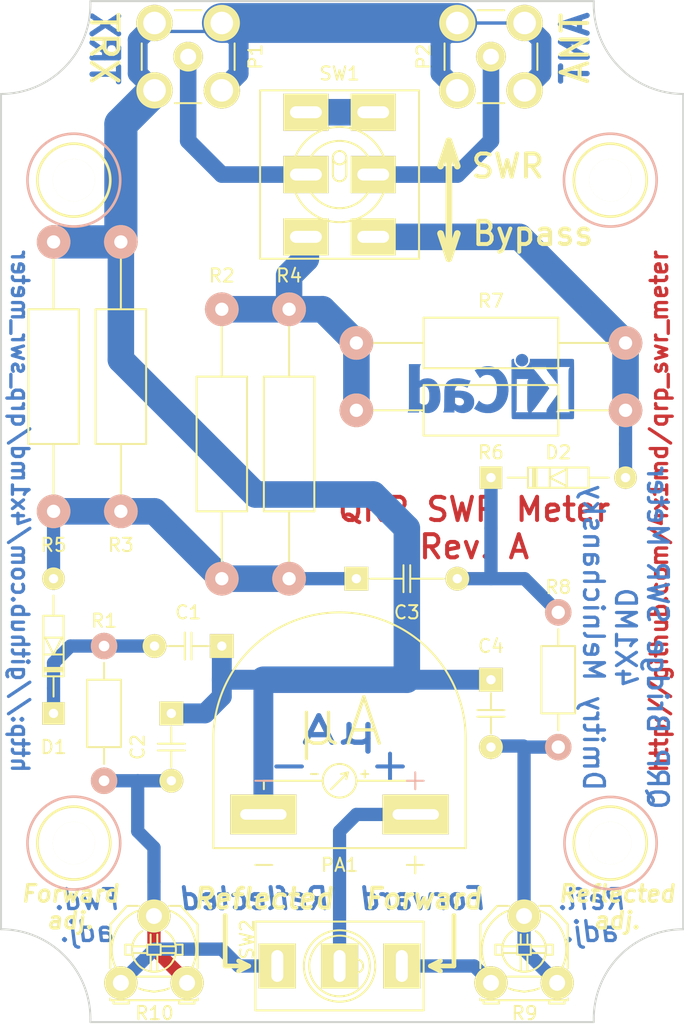
<source format=kicad_pcb>
(kicad_pcb (version 20171130) (host pcbnew "(5.1.12)-1")

  (general
    (thickness 1.6)
    (drawings 87)
    (tracks 121)
    (zones 0)
    (modules 26)
    (nets 15)
  )

  (page A4)
  (title_block
    (title "QRP SWR Meter for Yaesu FT-817ND")
    (date 2017-12-02)
    (rev A)
    (company 4X1MD)
  )

  (layers
    (0 F.Cu signal)
    (31 B.Cu signal)
    (32 B.Adhes user)
    (33 F.Adhes user hide)
    (34 B.Paste user)
    (35 F.Paste user)
    (36 B.SilkS user)
    (37 F.SilkS user)
    (38 B.Mask user)
    (39 F.Mask user)
    (40 Dwgs.User user)
    (41 Cmts.User user)
    (42 Eco1.User user)
    (43 Eco2.User user)
    (44 Edge.Cuts user)
    (45 Margin user)
    (46 B.CrtYd user)
    (47 F.CrtYd user)
    (48 B.Fab user)
    (49 F.Fab user)
  )

  (setup
    (last_trace_width 0.25)
    (user_trace_width 0.5)
    (user_trace_width 0.75)
    (user_trace_width 1)
    (user_trace_width 1.25)
    (user_trace_width 1.5)
    (user_trace_width 2)
    (user_trace_width 2.5)
    (user_trace_width 3)
    (trace_clearance 0.2)
    (zone_clearance 0.35)
    (zone_45_only yes)
    (trace_min 0.2)
    (via_size 0.6)
    (via_drill 0.4)
    (via_min_size 0.4)
    (via_min_drill 0.3)
    (user_via 0.4 0.3)
    (user_via 0.5 0.3)
    (uvia_size 0.3)
    (uvia_drill 0.1)
    (uvias_allowed no)
    (uvia_min_size 0.2)
    (uvia_min_drill 0.1)
    (edge_width 0.15)
    (segment_width 0.5)
    (pcb_text_width 0.25)
    (pcb_text_size 1.5 1.5)
    (mod_edge_width 0.15)
    (mod_text_size 1 1)
    (mod_text_width 0.15)
    (pad_size 3.2 3.2)
    (pad_drill 3.2)
    (pad_to_mask_clearance 0.2)
    (aux_axis_origin 0 0)
    (visible_elements 7FFFFFFF)
    (pcbplotparams
      (layerselection 0x010f0_80000001)
      (usegerberextensions false)
      (usegerberattributes true)
      (usegerberadvancedattributes true)
      (creategerberjobfile true)
      (excludeedgelayer false)
      (linewidth 0.150000)
      (plotframeref false)
      (viasonmask false)
      (mode 1)
      (useauxorigin false)
      (hpglpennumber 1)
      (hpglpenspeed 20)
      (hpglpendiameter 15.000000)
      (psnegative false)
      (psa4output false)
      (plotreference true)
      (plotvalue false)
      (plotinvisibletext false)
      (padsonsilk true)
      (subtractmaskfromsilk false)
      (outputformat 1)
      (mirror false)
      (drillshape 0)
      (scaleselection 1)
      (outputdirectory "gerbers/gerbers_kicad/"))
  )

  (net 0 "")
  (net 1 GNDREF)
  (net 2 "Net-(C1-Pad2)")
  (net 3 "Net-(C2-Pad2)")
  (net 4 "Net-(C3-Pad1)")
  (net 5 "Net-(C4-Pad2)")
  (net 6 "Net-(P1-Pad1)")
  (net 7 "Net-(P2-Pad1)")
  (net 8 "Net-(SW1-Pad1)")
  (net 9 "Net-(PA1-Pad1)")
  (net 10 "Net-(R2-Pad1)")
  (net 11 "Net-(C3-Pad2)")
  (net 12 "Net-(D2-Pad2)")
  (net 13 "Net-(R9-Pad1)")
  (net 14 "Net-(R10-Pad1)")

  (net_class Default "This is the default net class."
    (clearance 0.2)
    (trace_width 0.25)
    (via_dia 0.6)
    (via_drill 0.4)
    (uvia_dia 0.3)
    (uvia_drill 0.1)
    (add_net GNDREF)
    (add_net "Net-(C1-Pad2)")
    (add_net "Net-(C2-Pad2)")
    (add_net "Net-(C3-Pad1)")
    (add_net "Net-(C3-Pad2)")
    (add_net "Net-(C4-Pad2)")
    (add_net "Net-(D2-Pad2)")
    (add_net "Net-(P1-Pad1)")
    (add_net "Net-(P2-Pad1)")
    (add_net "Net-(PA1-Pad1)")
    (add_net "Net-(R10-Pad1)")
    (add_net "Net-(R2-Pad1)")
    (add_net "Net-(R9-Pad1)")
    (add_net "Net-(SW1-Pad1)")
  )

  (module custom_kicad_footprints:Microampermeter (layer F.Cu) (tedit 5A303D3F) (tstamp 57ADED1D)
    (at 143.51 127)
    (path /57ADF987)
    (fp_text reference PA1 (at 0 3.81) (layer F.SilkS)
      (effects (font (size 1 1) (thickness 0.15)))
    )
    (fp_text value "250uA, 1.2K" (at 0 -12.7) (layer F.Fab) hide
      (effects (font (size 1 1) (thickness 0.15)))
    )
    (fp_circle (center 0 -2.54) (end 1.27 -2.54) (layer F.SilkS) (width 0.15))
    (fp_line (start -9.525 2.54) (end 9.525 2.54) (layer F.SilkS) (width 0.15))
    (fp_line (start 9.525 -5.715) (end 9.525 2.54) (layer F.SilkS) (width 0.15))
    (fp_line (start -9.525 2.54) (end -9.525 -5.715) (layer F.SilkS) (width 0.15))
    (fp_line (start -20 5.08) (end 20 5.08) (layer F.CrtYd) (width 0.15))
    (fp_line (start 20 5.08) (end 20 -35.08) (layer F.CrtYd) (width 0.15))
    (fp_line (start -20 -35.08) (end 20 -35.08) (layer F.CrtYd) (width 0.15))
    (fp_line (start -20 5.08) (end -20 -35.08) (layer F.CrtYd) (width 0.15))
    (fp_line (start -0.635 -1.905) (end 0.635 -3.175) (layer F.SilkS) (width 0.15))
    (fp_line (start 0.635 -3.175) (end 0.127 -3.048) (layer F.SilkS) (width 0.15))
    (fp_line (start 0.635 -3.175) (end 0.508 -2.667) (layer F.SilkS) (width 0.15))
    (fp_line (start 5.715 -2.54) (end 5.715 -1.905) (layer F.SilkS) (width 0.15))
    (fp_line (start 1.27 -2.54) (end 5.715 -2.54) (layer F.SilkS) (width 0.15))
    (fp_line (start -1.27 -2.54) (end -5.715 -2.54) (layer F.SilkS) (width 0.15))
    (fp_line (start -5.715 -2.54) (end -5.715 -1.905) (layer F.SilkS) (width 0.15))
    (fp_line (start 1.651 -3.048) (end 2.159 -3.048) (layer F.SilkS) (width 0.15))
    (fp_line (start 1.905 -3.302) (end 1.905 -2.794) (layer F.SilkS) (width 0.15))
    (fp_line (start -1.651 -3.048) (end -2.159 -3.048) (layer F.SilkS) (width 0.15))
    (fp_line (start 5.08 3.81) (end 6.35 3.81) (layer F.SilkS) (width 0.15))
    (fp_line (start 5.715 3.175) (end 5.715 4.445) (layer F.SilkS) (width 0.15))
    (fp_line (start -6.35 3.81) (end -5.08 3.81) (layer F.SilkS) (width 0.15))
    (fp_line (start -6.35 -2.54) (end -5.08 -2.54) (layer B.SilkS) (width 0.15))
    (fp_line (start 5.08 -2.54) (end 6.35 -2.54) (layer B.SilkS) (width 0.15))
    (fp_line (start 5.715 -3.175) (end 5.715 -1.905) (layer B.SilkS) (width 0.15))
    (fp_text user μA (at 0 -6.985) (layer F.SilkS)
      (effects (font (size 3.5 3.5) (thickness 0.25)))
    )
    (fp_arc (start 0 -5.715) (end -9.525 -5.715) (angle 90) (layer F.SilkS) (width 0.15))
    (fp_arc (start 0 -5.715) (end 0 -15.24) (angle 90) (layer F.SilkS) (width 0.15))
    (pad 2 thru_hole rect (at -5.75 0) (size 5 3) (drill oval 3.5 0.8) (layers *.Cu *.Mask F.SilkS)
      (net 1 GNDREF))
    (pad 1 thru_hole rect (at 5.75 0) (size 5 3) (drill oval 3.5 0.8) (layers *.Cu *.Mask F.SilkS)
      (net 9 "Net-(PA1-Pad1)"))
  )

  (module Mounting_Holes:MountingHole_3.2mm_M3 locked (layer F.Cu) (tedit 57C45CE5) (tstamp 57C57873)
    (at 163.95 79.16)
    (descr "Mounting Hole 3.2mm, no annular, M3")
    (tags "mounting hole 3.2mm no annular m3")
    (fp_text reference MH3 (at 0 -4.2) (layer F.SilkS) hide
      (effects (font (size 1 1) (thickness 0.15)))
    )
    (fp_text value MH_3.2mm_M3 (at 0 4.2) (layer F.Fab) hide
      (effects (font (size 1 1) (thickness 0.15)))
    )
    (fp_circle (center 0 0) (end 3.45 0) (layer F.CrtYd) (width 0.05))
    (fp_circle (center 0 0) (end 3.2 0) (layer Cmts.User) (width 0.15))
    (pad 1 np_thru_hole circle (at 0 0) (size 3.2 3.2) (drill 3.2) (layers *.Cu *.Mask F.SilkS))
  )

  (module Mounting_Holes:MountingHole_3.2mm_M3 locked (layer F.Cu) (tedit 57C45CFE) (tstamp 57C57879)
    (at 123.45 79.16)
    (descr "Mounting Hole 3.2mm, no annular, M3")
    (tags "mounting hole 3.2mm no annular m3")
    (fp_text reference MH4 (at 0 -4.2) (layer F.SilkS) hide
      (effects (font (size 1 1) (thickness 0.15)))
    )
    (fp_text value MH_3.2mm_M3 (at 0 4.2) (layer F.Fab) hide
      (effects (font (size 1 1) (thickness 0.15)))
    )
    (fp_circle (center 0 0) (end 3.45 0) (layer F.CrtYd) (width 0.05))
    (fp_circle (center 0 0) (end 3.2 0) (layer Cmts.User) (width 0.15))
    (pad 1 np_thru_hole circle (at 0 0) (size 3.2 3.2) (drill 3.2) (layers *.Cu *.Mask F.SilkS))
  )

  (module Mounting_Holes:MountingHole_3.2mm_M3 locked (layer F.Cu) (tedit 57C45CC1) (tstamp 57C5786C)
    (at 123.45 129.16)
    (descr "Mounting Hole 3.2mm, no annular, M3")
    (tags "mounting hole 3.2mm no annular m3")
    (fp_text reference MH1 (at 0 -4.2) (layer F.SilkS) hide
      (effects (font (size 1 1) (thickness 0.15)))
    )
    (fp_text value MH_3.2mm_M3 (at 0 4.2) (layer F.Fab) hide
      (effects (font (size 1 1) (thickness 0.15)))
    )
    (fp_circle (center 0 0) (end 3.45 0) (layer F.CrtYd) (width 0.05))
    (fp_circle (center 0 0) (end 3.2 0) (layer Cmts.User) (width 0.15))
    (pad 1 np_thru_hole circle (at 0 0) (size 3.2 3.2) (drill 3.2) (layers *.Cu *.Mask F.SilkS))
  )

  (module Resistors_ThroughHole:Resistor_Horizontal_RM10mm (layer F.Cu) (tedit 57BDDD04) (tstamp 57A9FB5F)
    (at 125.73 114.3 270)
    (descr "Resistor, Axial,  RM 10mm, 1/3W")
    (tags "Resistor Axial RM 10mm 1/3W")
    (path /57A5006B)
    (fp_text reference R1 (at -1.905 0) (layer F.SilkS)
      (effects (font (size 1 1) (thickness 0.15)))
    )
    (fp_text value 10K (at 5.08 0 270) (layer F.Fab)
      (effects (font (size 1 1) (thickness 0.15)))
    )
    (fp_line (start 7.62 0) (end 8.89 0) (layer F.SilkS) (width 0.15))
    (fp_line (start 2.54 0) (end 1.27 0) (layer F.SilkS) (width 0.15))
    (fp_line (start 2.54 1.27) (end 2.54 -1.27) (layer F.SilkS) (width 0.15))
    (fp_line (start 7.62 1.27) (end 2.54 1.27) (layer F.SilkS) (width 0.15))
    (fp_line (start 7.62 -1.27) (end 7.62 1.27) (layer F.SilkS) (width 0.15))
    (fp_line (start 2.54 -1.27) (end 7.62 -1.27) (layer F.SilkS) (width 0.15))
    (fp_line (start -1.25 1.5) (end 11.4 1.5) (layer F.CrtYd) (width 0.05))
    (fp_line (start 11.4 -1.5) (end 11.4 1.5) (layer F.CrtYd) (width 0.05))
    (fp_line (start -1.25 1.5) (end -1.25 -1.5) (layer F.CrtYd) (width 0.05))
    (fp_line (start -1.25 -1.5) (end 11.4 -1.5) (layer F.CrtYd) (width 0.05))
    (pad 1 thru_hole circle (at 0 0 270) (size 2 2) (drill 0.8) (layers *.Cu *.SilkS *.Mask)
      (net 2 "Net-(C1-Pad2)"))
    (pad 2 thru_hole circle (at 10.16 0 270) (size 2 2) (drill 0.8) (layers *.Cu *.SilkS *.Mask)
      (net 3 "Net-(C2-Pad2)"))
    (model Resistors_ThroughHole.3dshapes/Resistor_Horizontal_RM10mm.wrl
      (offset (xyz 5.079999923706055 0 0))
      (scale (xyz 0.4 0.4 0.4))
      (rotate (xyz 0 0 0))
    )
  )

  (module Resistors_ThroughHole:Resistor_Horizontal_RM10mm (layer F.Cu) (tedit 57BDDB68) (tstamp 57C28D8A)
    (at 160.02 111.76 270)
    (descr "Resistor, Axial,  RM 10mm, 1/3W")
    (tags "Resistor Axial RM 10mm 1/3W")
    (path /57A4FFD9)
    (fp_text reference R8 (at -1.905 0) (layer F.SilkS)
      (effects (font (size 1 1) (thickness 0.15)))
    )
    (fp_text value 10K (at 5.08 0 270) (layer F.Fab)
      (effects (font (size 1 1) (thickness 0.15)))
    )
    (fp_line (start 7.62 0) (end 8.89 0) (layer F.SilkS) (width 0.15))
    (fp_line (start 2.54 0) (end 1.27 0) (layer F.SilkS) (width 0.15))
    (fp_line (start 2.54 1.27) (end 2.54 -1.27) (layer F.SilkS) (width 0.15))
    (fp_line (start 7.62 1.27) (end 2.54 1.27) (layer F.SilkS) (width 0.15))
    (fp_line (start 7.62 -1.27) (end 7.62 1.27) (layer F.SilkS) (width 0.15))
    (fp_line (start 2.54 -1.27) (end 7.62 -1.27) (layer F.SilkS) (width 0.15))
    (fp_line (start -1.25 1.5) (end 11.4 1.5) (layer F.CrtYd) (width 0.05))
    (fp_line (start 11.4 -1.5) (end 11.4 1.5) (layer F.CrtYd) (width 0.05))
    (fp_line (start -1.25 1.5) (end -1.25 -1.5) (layer F.CrtYd) (width 0.05))
    (fp_line (start -1.25 -1.5) (end 11.4 -1.5) (layer F.CrtYd) (width 0.05))
    (pad 1 thru_hole circle (at 0 0 270) (size 1.99898 1.99898) (drill 1.00076) (layers *.Cu *.SilkS *.Mask)
      (net 11 "Net-(C3-Pad2)"))
    (pad 2 thru_hole circle (at 10.16 0 270) (size 1.99898 1.99898) (drill 1.00076) (layers *.Cu *.SilkS *.Mask)
      (net 5 "Net-(C4-Pad2)"))
    (model Resistors_ThroughHole.3dshapes/Resistor_Horizontal_RM10mm.wrl
      (offset (xyz 5.079999923706055 0 0))
      (scale (xyz 0.4 0.4 0.4))
      (rotate (xyz 0 0 0))
    )
  )

  (module Potentiometers:Potentiometer_Triwood_RM-065 (layer F.Cu) (tedit 57C715F9) (tstamp 57C60541)
    (at 154.94 139.7)
    (descr "Potentiometer, Trimmer, RM-065")
    (tags "Potentiometer, Trimmer, RM-065")
    (path /57BDC1B7)
    (fp_text reference R9 (at 2.54 2.286 180) (layer F.SilkS)
      (effects (font (size 1 1) (thickness 0.15)))
    )
    (fp_text value 47K (at 2.54 1.905) (layer F.Fab)
      (effects (font (size 1 1) (thickness 0.15)))
    )
    (fp_line (start -0.80264 1.31064) (end 5.80136 1.31064) (layer F.SilkS) (width 0.15))
    (fp_line (start 0.59436 1.56464) (end 0.59436 1.31064) (layer F.SilkS) (width 0.15))
    (fp_line (start -0.54864 1.56464) (end 0.59436 1.56464) (layer F.SilkS) (width 0.15))
    (fp_line (start -0.54864 1.31064) (end -0.54864 1.56464) (layer F.SilkS) (width 0.15))
    (fp_line (start 4.40436 1.56464) (end 4.40436 1.31064) (layer F.SilkS) (width 0.15))
    (fp_line (start 5.54736 1.56464) (end 4.40436 1.56464) (layer F.SilkS) (width 0.15))
    (fp_line (start 5.54736 1.31064) (end 5.54736 1.56464) (layer F.SilkS) (width 0.15))
    (fp_line (start 5.80136 -4.40436) (end 5.80136 -2.49936) (layer F.SilkS) (width 0.15))
    (fp_line (start 4.53136 -5.80136) (end 5.80136 -4.40436) (layer F.SilkS) (width 0.15))
    (fp_line (start -0.80264 -4.40436) (end -0.80264 -2.49936) (layer F.SilkS) (width 0.15))
    (fp_line (start 0.46736 -5.80136) (end -0.80264 -4.40436) (layer F.SilkS) (width 0.15))
    (fp_line (start 3.00736 -2.88036) (end 1.99136 -2.88036) (layer F.SilkS) (width 0.15))
    (fp_line (start 3.00736 -2.11836) (end 3.00736 -2.88036) (layer F.SilkS) (width 0.15))
    (fp_line (start 1.99136 -2.11836) (end 3.00736 -2.11836) (layer F.SilkS) (width 0.15))
    (fp_line (start 1.99136 -2.88036) (end 1.99136 -2.11836) (layer F.SilkS) (width 0.15))
    (fp_line (start 2.24536 -2.11836) (end 2.24536 -0.84836) (layer F.SilkS) (width 0.15))
    (fp_line (start 2.75336 -2.11836) (end 2.75336 -0.84836) (layer F.SilkS) (width 0.15))
    (fp_line (start 1.99136 -2.75336) (end 0.84836 -2.75336) (layer F.SilkS) (width 0.15))
    (fp_line (start 1.99136 -2.24536) (end 0.84836 -2.24536) (layer F.SilkS) (width 0.15))
    (fp_line (start 3.00736 -2.75336) (end 4.15036 -2.75336) (layer F.SilkS) (width 0.15))
    (fp_line (start 3.00736 -2.24536) (end 4.15036 -2.24536) (layer F.SilkS) (width 0.15))
    (fp_line (start 0.34036 -2.11836) (end 0.84836 -2.11836) (layer F.SilkS) (width 0.15))
    (fp_line (start 0.34036 -2.88036) (end 0.34036 -2.11836) (layer F.SilkS) (width 0.15))
    (fp_line (start 0.84836 -2.88036) (end 0.34036 -2.88036) (layer F.SilkS) (width 0.15))
    (fp_line (start 4.65836 -2.11836) (end 4.15036 -2.11836) (layer F.SilkS) (width 0.15))
    (fp_line (start 4.65836 -2.88036) (end 4.65836 -2.11836) (layer F.SilkS) (width 0.15))
    (fp_line (start 4.15036 -2.88036) (end 4.65836 -2.88036) (layer F.SilkS) (width 0.15))
    (fp_line (start 1.35636 -5.80136) (end 0.46736 -5.80136) (layer F.SilkS) (width 0.15))
    (fp_line (start 4.53136 -5.80136) (end 3.64236 -5.80136) (layer F.SilkS) (width 0.15))
    (fp_line (start 1.22936 -0.46736) (end 3.76936 -0.46736) (layer F.SilkS) (width 0.15))
    (fp_line (start 3.26136 0.54864) (end 3.64236 0.42164) (layer F.SilkS) (width 0.15))
    (fp_line (start 2.49936 0.67564) (end 3.26136 0.54864) (layer F.SilkS) (width 0.15))
    (fp_line (start 1.73736 0.54864) (end 2.49936 0.67564) (layer F.SilkS) (width 0.15))
    (fp_line (start 1.35636 0.42164) (end 1.73736 0.54864) (layer F.SilkS) (width 0.15))
    (fp_line (start 5.80136 -2.49936) (end 5.80136 -1.10236) (layer F.SilkS) (width 0.15))
    (fp_line (start 5.80136 1.31064) (end 5.80136 1.18364) (layer F.SilkS) (width 0.15))
    (fp_line (start -0.80264 -2.49936) (end -0.80264 -1.10236) (layer F.SilkS) (width 0.15))
    (fp_line (start -0.80264 1.31064) (end -0.80264 1.18364) (layer F.SilkS) (width 0.15))
    (fp_line (start 2.75336 -2.88036) (end 2.75336 -3.64236) (layer F.SilkS) (width 0.15))
    (fp_line (start 2.24536 -2.88036) (end 2.24536 -3.64236) (layer F.SilkS) (width 0.15))
    (fp_arc (start 2.49936 -2.49936) (end 4.15036 -2.24536) (angle 90) (layer F.SilkS) (width 0.15))
    (fp_arc (start 2.49936 -2.49936) (end 2.62636 -0.84836) (angle 90) (layer F.SilkS) (width 0.15))
    (fp_arc (start 2.49936 -2.49936) (end 3.38836 -3.89636) (angle 90) (layer F.SilkS) (width 0.15))
    (fp_arc (start 2.49936 -2.49936) (end 1.10236 -1.61036) (angle 90) (layer F.SilkS) (width 0.15))
    (fp_arc (start 2.49936 -2.49936) (end 3.76936 -5.42036) (angle 90) (layer F.SilkS) (width 0.15))
    (fp_arc (start 2.49936 -2.49936) (end -0.42164 -1.22936) (angle 90) (layer F.SilkS) (width 0.15))
    (pad 2 thru_hole circle (at 2.49936 -5.03936) (size 2.49936 2.49936) (drill 1.19888) (layers *.Cu *.Mask F.SilkS)
      (net 5 "Net-(C4-Pad2)"))
    (pad 3 thru_hole circle (at 4.99872 0) (size 2.49936 2.49936) (drill 1.19888) (layers *.Cu *.Mask F.SilkS)
      (net 5 "Net-(C4-Pad2)"))
    (pad 1 thru_hole circle (at 0 0) (size 2.49936 2.49936) (drill 1.19888) (layers *.Cu *.Mask F.SilkS)
      (net 13 "Net-(R9-Pad1)"))
    (model Potentiometers.3dshapes/Potentiometer_Triwood_RM-065.wrl
      (at (xyz 0 0 0))
      (scale (xyz 4 4 4))
      (rotate (xyz 0 0 0))
    )
  )

  (module Potentiometers:Potentiometer_Triwood_RM-065 (layer F.Cu) (tedit 57C71607) (tstamp 57C60575)
    (at 127 139.7)
    (descr "Potentiometer, Trimmer, RM-065")
    (tags "Potentiometer, Trimmer, RM-065")
    (path /57BDC276)
    (fp_text reference R10 (at 2.54 2.286 180) (layer F.SilkS)
      (effects (font (size 1 1) (thickness 0.15)))
    )
    (fp_text value 47K (at 2.54 1.905) (layer F.Fab)
      (effects (font (size 1 1) (thickness 0.15)))
    )
    (fp_line (start -0.80264 1.31064) (end 5.80136 1.31064) (layer F.SilkS) (width 0.15))
    (fp_line (start 0.59436 1.56464) (end 0.59436 1.31064) (layer F.SilkS) (width 0.15))
    (fp_line (start -0.54864 1.56464) (end 0.59436 1.56464) (layer F.SilkS) (width 0.15))
    (fp_line (start -0.54864 1.31064) (end -0.54864 1.56464) (layer F.SilkS) (width 0.15))
    (fp_line (start 4.40436 1.56464) (end 4.40436 1.31064) (layer F.SilkS) (width 0.15))
    (fp_line (start 5.54736 1.56464) (end 4.40436 1.56464) (layer F.SilkS) (width 0.15))
    (fp_line (start 5.54736 1.31064) (end 5.54736 1.56464) (layer F.SilkS) (width 0.15))
    (fp_line (start 5.80136 -4.40436) (end 5.80136 -2.49936) (layer F.SilkS) (width 0.15))
    (fp_line (start 4.53136 -5.80136) (end 5.80136 -4.40436) (layer F.SilkS) (width 0.15))
    (fp_line (start -0.80264 -4.40436) (end -0.80264 -2.49936) (layer F.SilkS) (width 0.15))
    (fp_line (start 0.46736 -5.80136) (end -0.80264 -4.40436) (layer F.SilkS) (width 0.15))
    (fp_line (start 3.00736 -2.88036) (end 1.99136 -2.88036) (layer F.SilkS) (width 0.15))
    (fp_line (start 3.00736 -2.11836) (end 3.00736 -2.88036) (layer F.SilkS) (width 0.15))
    (fp_line (start 1.99136 -2.11836) (end 3.00736 -2.11836) (layer F.SilkS) (width 0.15))
    (fp_line (start 1.99136 -2.88036) (end 1.99136 -2.11836) (layer F.SilkS) (width 0.15))
    (fp_line (start 2.24536 -2.11836) (end 2.24536 -0.84836) (layer F.SilkS) (width 0.15))
    (fp_line (start 2.75336 -2.11836) (end 2.75336 -0.84836) (layer F.SilkS) (width 0.15))
    (fp_line (start 1.99136 -2.75336) (end 0.84836 -2.75336) (layer F.SilkS) (width 0.15))
    (fp_line (start 1.99136 -2.24536) (end 0.84836 -2.24536) (layer F.SilkS) (width 0.15))
    (fp_line (start 3.00736 -2.75336) (end 4.15036 -2.75336) (layer F.SilkS) (width 0.15))
    (fp_line (start 3.00736 -2.24536) (end 4.15036 -2.24536) (layer F.SilkS) (width 0.15))
    (fp_line (start 0.34036 -2.11836) (end 0.84836 -2.11836) (layer F.SilkS) (width 0.15))
    (fp_line (start 0.34036 -2.88036) (end 0.34036 -2.11836) (layer F.SilkS) (width 0.15))
    (fp_line (start 0.84836 -2.88036) (end 0.34036 -2.88036) (layer F.SilkS) (width 0.15))
    (fp_line (start 4.65836 -2.11836) (end 4.15036 -2.11836) (layer F.SilkS) (width 0.15))
    (fp_line (start 4.65836 -2.88036) (end 4.65836 -2.11836) (layer F.SilkS) (width 0.15))
    (fp_line (start 4.15036 -2.88036) (end 4.65836 -2.88036) (layer F.SilkS) (width 0.15))
    (fp_line (start 1.35636 -5.80136) (end 0.46736 -5.80136) (layer F.SilkS) (width 0.15))
    (fp_line (start 4.53136 -5.80136) (end 3.64236 -5.80136) (layer F.SilkS) (width 0.15))
    (fp_line (start 1.22936 -0.46736) (end 3.76936 -0.46736) (layer F.SilkS) (width 0.15))
    (fp_line (start 3.26136 0.54864) (end 3.64236 0.42164) (layer F.SilkS) (width 0.15))
    (fp_line (start 2.49936 0.67564) (end 3.26136 0.54864) (layer F.SilkS) (width 0.15))
    (fp_line (start 1.73736 0.54864) (end 2.49936 0.67564) (layer F.SilkS) (width 0.15))
    (fp_line (start 1.35636 0.42164) (end 1.73736 0.54864) (layer F.SilkS) (width 0.15))
    (fp_line (start 5.80136 -2.49936) (end 5.80136 -1.10236) (layer F.SilkS) (width 0.15))
    (fp_line (start 5.80136 1.31064) (end 5.80136 1.18364) (layer F.SilkS) (width 0.15))
    (fp_line (start -0.80264 -2.49936) (end -0.80264 -1.10236) (layer F.SilkS) (width 0.15))
    (fp_line (start -0.80264 1.31064) (end -0.80264 1.18364) (layer F.SilkS) (width 0.15))
    (fp_line (start 2.75336 -2.88036) (end 2.75336 -3.64236) (layer F.SilkS) (width 0.15))
    (fp_line (start 2.24536 -2.88036) (end 2.24536 -3.64236) (layer F.SilkS) (width 0.15))
    (fp_arc (start 2.49936 -2.49936) (end 4.15036 -2.24536) (angle 90) (layer F.SilkS) (width 0.15))
    (fp_arc (start 2.49936 -2.49936) (end 2.62636 -0.84836) (angle 90) (layer F.SilkS) (width 0.15))
    (fp_arc (start 2.49936 -2.49936) (end 3.38836 -3.89636) (angle 90) (layer F.SilkS) (width 0.15))
    (fp_arc (start 2.49936 -2.49936) (end 1.10236 -1.61036) (angle 90) (layer F.SilkS) (width 0.15))
    (fp_arc (start 2.49936 -2.49936) (end 3.76936 -5.42036) (angle 90) (layer F.SilkS) (width 0.15))
    (fp_arc (start 2.49936 -2.49936) (end -0.42164 -1.22936) (angle 90) (layer F.SilkS) (width 0.15))
    (pad 2 thru_hole circle (at 2.49936 -5.03936) (size 2.49936 2.49936) (drill 1.19888) (layers *.Cu *.Mask F.SilkS)
      (net 3 "Net-(C2-Pad2)"))
    (pad 3 thru_hole circle (at 4.99872 0) (size 2.49936 2.49936) (drill 1.19888) (layers *.Cu *.Mask F.SilkS)
      (net 3 "Net-(C2-Pad2)"))
    (pad 1 thru_hole circle (at 0 0) (size 2.49936 2.49936) (drill 1.19888) (layers *.Cu *.Mask F.SilkS)
      (net 14 "Net-(R10-Pad1)"))
    (model Potentiometers.3dshapes/Potentiometer_Triwood_RM-065.wrl
      (at (xyz 0 0 0))
      (scale (xyz 4 4 4))
      (rotate (xyz 0 0 0))
    )
  )

  (module Connect:SMB_Straight (layer F.Cu) (tedit 57C70AA3) (tstamp 57C3239F)
    (at 132.08 69.85 270)
    (descr "SMB pcb mounting jack")
    (tags "SMB Jack  Striaght")
    (path /57A53196)
    (fp_text reference P1 (at 0 -5.08 90) (layer F.SilkS)
      (effects (font (size 1 1) (thickness 0.15)))
    )
    (fp_text value BNC (at 0.25 0 270) (layer F.Fab)
      (effects (font (size 1 1) (thickness 0.15)))
    )
    (fp_line (start -3.5052 1) (end -3.5052 -1) (layer F.SilkS) (width 0.15))
    (fp_line (start 1 3.5052) (end -1 3.5052) (layer F.SilkS) (width 0.15))
    (fp_line (start 3.5052 -1) (end 3.5052 1) (layer F.SilkS) (width 0.15))
    (fp_line (start -1 -3.5052) (end 1 -3.5052) (layer F.SilkS) (width 0.15))
    (fp_line (start -4.25 -4.25) (end 4.25 -4.25) (layer F.CrtYd) (width 0.05))
    (fp_line (start 4.25 -4.25) (end 4.25 4.25) (layer F.CrtYd) (width 0.05))
    (fp_line (start -4.25 4.25) (end -4.25 -4.25) (layer F.CrtYd) (width 0.05))
    (fp_line (start 4.25 4.25) (end -4.25 4.25) (layer F.CrtYd) (width 0.05))
    (fp_line (start -4.25 4.25) (end -4.25 -4.25) (layer B.CrtYd) (width 0.05))
    (fp_line (start 4.25 4.25) (end -4.25 4.25) (layer B.CrtYd) (width 0.05))
    (fp_line (start 4.25 -4.25) (end 4.25 4.25) (layer B.CrtYd) (width 0.05))
    (fp_line (start -4.25 -4.25) (end 4.25 -4.25) (layer B.CrtYd) (width 0.05))
    (pad 2 thru_hole circle (at -2.54 2.54 270) (size 2.74 2.74) (drill 1.7) (layers *.Cu *.Mask F.SilkS)
      (net 1 GNDREF))
    (pad 2 thru_hole circle (at 2.54 2.54 270) (size 2.74 2.74) (drill 1.7) (layers *.Cu *.Mask F.SilkS)
      (net 1 GNDREF))
    (pad 2 thru_hole circle (at 2.54 -2.54 270) (size 2.74 2.74) (drill 1.7) (layers *.Cu *.Mask F.SilkS)
      (net 1 GNDREF))
    (pad 2 thru_hole circle (at -2.54 -2.54 270) (size 2.74 2.74) (drill 1.7) (layers *.Cu *.Mask F.SilkS)
      (net 1 GNDREF))
    (pad 1 thru_hole circle (at 0 0 270) (size 2.24 2.24) (drill 1.2) (layers *.Cu *.Mask F.SilkS)
      (net 6 "Net-(P1-Pad1)"))
    (model Connect.3dshapes/SMB_Straight.wrl
      (at (xyz 0 0 0))
      (scale (xyz 1 1 1))
      (rotate (xyz 0 0 0))
    )
  )

  (module Mounting_Holes:MountingHole_3.2mm_M3 locked (layer F.Cu) (tedit 57C45CC9) (tstamp 57C5784C)
    (at 163.95 129.16)
    (descr "Mounting Hole 3.2mm, no annular, M3")
    (tags "mounting hole 3.2mm no annular m3")
    (fp_text reference MH2 (at 0 -4.2) (layer F.SilkS) hide
      (effects (font (size 1 1) (thickness 0.15)))
    )
    (fp_text value MH_3.2mm_M3 (at 0 4.2) (layer F.Fab) hide
      (effects (font (size 1 1) (thickness 0.15)))
    )
    (fp_circle (center 0 0) (end 3.45 0) (layer F.CrtYd) (width 0.05))
    (fp_circle (center 0 0) (end 3.2 0) (layer Cmts.User) (width 0.15))
    (pad 1 np_thru_hole circle (at 0 0) (size 3.2 3.2) (drill 3.2) (layers *.Cu *.Mask F.SilkS))
  )

  (module Connect:SMB_Straight (layer F.Cu) (tedit 57C70AA8) (tstamp 57C46815)
    (at 154.94 69.85 270)
    (descr "SMB pcb mounting jack")
    (tags "SMB Jack  Striaght")
    (path /57A525C8)
    (fp_text reference P2 (at 0 5.08 90) (layer F.SilkS)
      (effects (font (size 1 1) (thickness 0.15)))
    )
    (fp_text value BNC (at 0.25 0 270) (layer F.Fab)
      (effects (font (size 1 1) (thickness 0.15)))
    )
    (fp_line (start -3.5052 1) (end -3.5052 -1) (layer F.SilkS) (width 0.15))
    (fp_line (start 1 3.5052) (end -1 3.5052) (layer F.SilkS) (width 0.15))
    (fp_line (start 3.5052 -1) (end 3.5052 1) (layer F.SilkS) (width 0.15))
    (fp_line (start -1 -3.5052) (end 1 -3.5052) (layer F.SilkS) (width 0.15))
    (fp_line (start -4.25 -4.25) (end 4.25 -4.25) (layer F.CrtYd) (width 0.05))
    (fp_line (start 4.25 -4.25) (end 4.25 4.25) (layer F.CrtYd) (width 0.05))
    (fp_line (start -4.25 4.25) (end -4.25 -4.25) (layer F.CrtYd) (width 0.05))
    (fp_line (start 4.25 4.25) (end -4.25 4.25) (layer F.CrtYd) (width 0.05))
    (fp_line (start -4.25 4.25) (end -4.25 -4.25) (layer B.CrtYd) (width 0.05))
    (fp_line (start 4.25 4.25) (end -4.25 4.25) (layer B.CrtYd) (width 0.05))
    (fp_line (start 4.25 -4.25) (end 4.25 4.25) (layer B.CrtYd) (width 0.05))
    (fp_line (start -4.25 -4.25) (end 4.25 -4.25) (layer B.CrtYd) (width 0.05))
    (pad 2 thru_hole circle (at -2.54 2.54 270) (size 2.74 2.74) (drill 1.7) (layers *.Cu *.Mask F.SilkS)
      (net 1 GNDREF))
    (pad 2 thru_hole circle (at 2.54 2.54 270) (size 2.74 2.74) (drill 1.7) (layers *.Cu *.Mask F.SilkS)
      (net 1 GNDREF))
    (pad 2 thru_hole circle (at 2.54 -2.54 270) (size 2.74 2.74) (drill 1.7) (layers *.Cu *.Mask F.SilkS)
      (net 1 GNDREF))
    (pad 2 thru_hole circle (at -2.54 -2.54 270) (size 2.74 2.74) (drill 1.7) (layers *.Cu *.Mask F.SilkS)
      (net 1 GNDREF))
    (pad 1 thru_hole circle (at 0 0 270) (size 2.24 2.24) (drill 1.2) (layers *.Cu *.Mask F.SilkS)
      (net 7 "Net-(P2-Pad1)"))
    (model Connect.3dshapes/SMB_Straight.wrl
      (at (xyz 0 0 0))
      (scale (xyz 1 1 1))
      (rotate (xyz 0 0 0))
    )
  )

  (module custom_kicad_footprints:Tumbler_SW (layer F.Cu) (tedit 5A303EC9) (tstamp 57C5AEAA)
    (at 143.51 138.43 180)
    (descr "Tumbler Switch x2")
    (tags "SWITCH DEV TOGGLE ILLUM SPDT")
    (path /57ADF93C)
    (fp_text reference SW2 (at 6.985 2 270) (layer F.SilkS)
      (effects (font (size 1 1) (thickness 0.15)))
    )
    (fp_text value "2 pos. switch" (at 0 -2.54 180) (layer F.Fab) hide
      (effects (font (size 1 1) (thickness 0.15)))
    )
    (fp_line (start -1.27 -0.508) (end 0 -0.508) (layer F.SilkS) (width 0.15))
    (fp_line (start 0 0.508) (end -1.27 0.508) (layer F.SilkS) (width 0.15))
    (fp_line (start -6.35 -3.35) (end 6.35 -3.35) (layer F.SilkS) (width 0.15))
    (fp_line (start -6.35 3.35) (end -6.35 -3.35) (layer F.SilkS) (width 0.15))
    (fp_line (start 6.35 3.35) (end -6.35 3.35) (layer F.SilkS) (width 0.15))
    (fp_line (start 6.35 -3.35) (end 6.35 3.35) (layer F.SilkS) (width 0.15))
    (fp_circle (center -1.27 0) (end -1.778 0) (layer F.SilkS) (width 0.15))
    (fp_circle (center 0 0) (end 1.905 1.27) (layer F.SilkS) (width 0.15))
    (fp_circle (center 0 0) (end 1.905 1.905) (layer F.SilkS) (width 0.15))
    (fp_arc (start 0 0) (end 0 -0.508) (angle 90) (layer F.SilkS) (width 0.15))
    (fp_arc (start 0 0) (end 0.508 0) (angle 90) (layer F.SilkS) (width 0.15))
    (pad 1 thru_hole rect (at -4.7 0 180) (size 2.8 3.4) (drill oval 0.9 2.4) (layers *.Cu *.Mask F.SilkS)
      (net 13 "Net-(R9-Pad1)"))
    (pad 2 thru_hole rect (at 0 0 180) (size 2.8 3.4) (drill oval 0.9 2.4) (layers *.Cu *.Mask F.SilkS)
      (net 9 "Net-(PA1-Pad1)"))
    (pad 3 thru_hole rect (at 4.7 0 180) (size 2.8 3.4) (drill oval 0.9 2.4) (layers *.Cu *.Mask F.SilkS)
      (net 14 "Net-(R10-Pad1)"))
    (model Buttons_Switches_ThroughHole.3dshapes/SW_NKK_G1xJP.wrl
      (at (xyz 0 0 0))
      (scale (xyz 0.63 0.44 0.55))
      (rotate (xyz 0 0 0))
    )
  )

  (module custom_kicad_footprints:Tumbler_SW_x2 (layer F.Cu) (tedit 5A304331) (tstamp 57ADED1E)
    (at 143.51 78.74 270)
    (descr "Tumbler Switch x2")
    (tags "SWITCH DEV TOGGLE ILLUM SPDT")
    (path /57A4EDF0)
    (fp_text reference SW1 (at -7.62 0) (layer F.SilkS)
      (effects (font (size 1 1) (thickness 0.15)))
    )
    (fp_text value "Double switch" (at 0 -7.62 270) (layer F.Fab)
      (effects (font (size 1 1) (thickness 0.15)))
    )
    (fp_line (start -1.27 -0.508) (end 0 -0.508) (layer F.SilkS) (width 0.15))
    (fp_line (start 0 0.508) (end -1.27 0.508) (layer F.SilkS) (width 0.15))
    (fp_line (start -6.35 -6) (end 6.35 -6) (layer F.SilkS) (width 0.15))
    (fp_line (start -6.35 6) (end -6.35 -6) (layer F.SilkS) (width 0.15))
    (fp_line (start 6.35 6) (end -6.35 6) (layer F.SilkS) (width 0.15))
    (fp_line (start 6.35 -6) (end 6.35 6) (layer F.SilkS) (width 0.15))
    (fp_circle (center -1.27 0) (end -1.778 0) (layer F.SilkS) (width 0.15))
    (fp_circle (center 0 0) (end 2.54 0) (layer F.SilkS) (width 0.15))
    (fp_circle (center 0 0) (end 2.54 -2.54) (layer F.SilkS) (width 0.15))
    (fp_arc (start 0 0) (end 0 -0.508) (angle 90) (layer F.SilkS) (width 0.15))
    (fp_arc (start 0 0) (end 0.508 0) (angle 90) (layer F.SilkS) (width 0.15))
    (pad 1 thru_hole rect (at -4.7 2.54 270) (size 2.8 3.4) (drill oval 0.9 2.4) (layers *.Cu *.Mask F.SilkS)
      (net 8 "Net-(SW1-Pad1)"))
    (pad 2 thru_hole rect (at 0 2.54 270) (size 2.8 3.4) (drill oval 0.9 2.4) (layers *.Cu *.Mask F.SilkS)
      (net 6 "Net-(P1-Pad1)"))
    (pad 3 thru_hole rect (at 4.7 2.54 270) (size 2.8 3.4) (drill oval 0.9 2.4) (layers *.Cu *.Mask F.SilkS)
      (net 10 "Net-(R2-Pad1)"))
    (pad 4 thru_hole rect (at -4.7 -2.54 270) (size 2.8 3.4) (drill oval 0.9 2.4) (layers *.Cu *.Mask F.SilkS)
      (net 8 "Net-(SW1-Pad1)"))
    (pad 5 thru_hole rect (at 0 -2.54 270) (size 2.8 3.4) (drill oval 0.9 2.4) (layers *.Cu *.Mask F.SilkS)
      (net 7 "Net-(P2-Pad1)"))
    (pad 6 thru_hole rect (at 4.7 -2.54 270) (size 2.8 3.4) (drill oval 0.9 2.4) (layers *.Cu *.Mask F.SilkS)
      (net 12 "Net-(D2-Pad2)"))
    (model Buttons_Switches_ThroughHole.3dshapes/SW_NKK_G1xJP.wrl
      (at (xyz 0 0 0))
      (scale (xyz 0.63 0.77 0.55))
      (rotate (xyz 0 0 0))
    )
  )

  (module swr_meter_rev_a_custom_lib:Capacitor_Disc_D6_P5 (layer F.Cu) (tedit 57C70B8D) (tstamp 57C7086F)
    (at 134.62 114.3 180)
    (descr "Capacitor 6mm Disc, Pitch 5mm")
    (tags Capacitor)
    (path /57A4FC5D)
    (fp_text reference C1 (at 2.54 2.54 180) (layer F.SilkS)
      (effects (font (size 1 1) (thickness 0.15)))
    )
    (fp_text value 2200pF (at 2.54 -2.54 180) (layer F.Fab)
      (effects (font (size 1 1) (thickness 0.15)))
    )
    (fp_line (start -0.95 1.27) (end -0.95 -1.27) (layer F.CrtYd) (width 0.05))
    (fp_line (start 5.95 1.27) (end -0.95 1.27) (layer F.CrtYd) (width 0.05))
    (fp_line (start 5.95 -1.27) (end 5.95 1.27) (layer F.CrtYd) (width 0.05))
    (fp_line (start -0.95 -1.27) (end 5.95 -1.27) (layer F.CrtYd) (width 0.05))
    (fp_line (start 1.016 0) (end 2.286 0) (layer F.SilkS) (width 0.15))
    (fp_line (start 2.286 -1.016) (end 2.286 1.016) (layer F.SilkS) (width 0.15))
    (fp_line (start 2.794 -1.016) (end 2.794 1.016) (layer F.SilkS) (width 0.15))
    (fp_line (start 2.794 0) (end 4.064 0) (layer F.SilkS) (width 0.15))
    (pad 1 thru_hole rect (at 0 0 180) (size 1.8 1.8) (drill 0.7) (layers *.Cu *.Mask F.SilkS)
      (net 1 GNDREF))
    (pad 2 thru_hole circle (at 5.08 0 180) (size 1.8 1.8) (drill 0.7) (layers *.Cu *.Mask F.SilkS)
      (net 2 "Net-(C1-Pad2)"))
    (model Capacitors_ThroughHole.3dshapes/C_Disc_D6_P5.wrl
      (offset (xyz 2.500000042453766 0 0))
      (scale (xyz 1 1 1))
      (rotate (xyz 0 0 0))
    )
  )

  (module swr_meter_rev_a_custom_lib:Capacitor_Disc_D6_P5 (layer F.Cu) (tedit 57C70C04) (tstamp 57C70874)
    (at 130.81 119.38 270)
    (descr "Capacitor 6mm Disc, Pitch 5mm")
    (tags Capacitor)
    (path /57A4FEA9)
    (fp_text reference C2 (at 2.54 2.54 90) (layer F.SilkS)
      (effects (font (size 1 1) (thickness 0.15)))
    )
    (fp_text value 0.01uF (at 2.54 -1.905 270) (layer F.Fab)
      (effects (font (size 1 1) (thickness 0.15)))
    )
    (fp_line (start -0.95 1.27) (end -0.95 -1.27) (layer F.CrtYd) (width 0.05))
    (fp_line (start 5.95 1.27) (end -0.95 1.27) (layer F.CrtYd) (width 0.05))
    (fp_line (start 5.95 -1.27) (end 5.95 1.27) (layer F.CrtYd) (width 0.05))
    (fp_line (start -0.95 -1.27) (end 5.95 -1.27) (layer F.CrtYd) (width 0.05))
    (fp_line (start 1.016 0) (end 2.286 0) (layer F.SilkS) (width 0.15))
    (fp_line (start 2.286 -1.016) (end 2.286 1.016) (layer F.SilkS) (width 0.15))
    (fp_line (start 2.794 -1.016) (end 2.794 1.016) (layer F.SilkS) (width 0.15))
    (fp_line (start 2.794 0) (end 4.064 0) (layer F.SilkS) (width 0.15))
    (pad 1 thru_hole rect (at 0 0 270) (size 1.8 1.8) (drill 0.7) (layers *.Cu *.Mask F.SilkS)
      (net 1 GNDREF))
    (pad 2 thru_hole circle (at 5.08 0 270) (size 1.8 1.8) (drill 0.7) (layers *.Cu *.Mask F.SilkS)
      (net 3 "Net-(C2-Pad2)"))
    (model Capacitors_ThroughHole.3dshapes/C_Disc_D6_P5.wrl
      (offset (xyz 2.500000042453766 0 0))
      (scale (xyz 1 1 1))
      (rotate (xyz 0 0 0))
    )
  )

  (module custom_kicad_footprints:Capacitor_Disc_D6_P7.5 (layer F.Cu) (tedit 57C717D3) (tstamp 57C70879)
    (at 148.59 109.22)
    (descr "Capacitor 6mm Disc, Pitch 7.5mm")
    (tags Capacitor)
    (path /57A4FE58)
    (fp_text reference C3 (at 0 2.54) (layer F.SilkS)
      (effects (font (size 1 1) (thickness 0.15)))
    )
    (fp_text value 2200pF (at 4.445 2.54) (layer F.Fab)
      (effects (font (size 1 1) (thickness 0.15)))
    )
    (fp_line (start -4.76 1.27) (end -4.76 -1.27) (layer F.CrtYd) (width 0.05))
    (fp_line (start 4.68 1.27) (end -4.76 1.27) (layer F.CrtYd) (width 0.05))
    (fp_line (start 4.68 -1.27) (end 4.68 1.27) (layer F.CrtYd) (width 0.05))
    (fp_line (start -4.76 -1.27) (end 4.68 -1.27) (layer F.CrtYd) (width 0.05))
    (fp_line (start -0.254 -1.016) (end -0.254 1.016) (layer F.SilkS) (width 0.15))
    (fp_line (start 0.254 -1.016) (end 0.254 1.016) (layer F.SilkS) (width 0.15))
    (fp_line (start 0.254 0) (end 2.794 0) (layer F.SilkS) (width 0.15))
    (fp_line (start -0.254 0) (end -2.794 0) (layer F.SilkS) (width 0.15))
    (pad 1 thru_hole rect (at -3.81 0) (size 1.8 1.8) (drill 0.7) (layers *.Cu *.Mask F.SilkS)
      (net 4 "Net-(C3-Pad1)"))
    (pad 2 thru_hole circle (at 3.81 0) (size 1.8 1.8) (drill 0.7) (layers *.Cu *.Mask F.SilkS)
      (net 11 "Net-(C3-Pad2)"))
    (model Capacitors_ThroughHole.3dshapes/C_Disc_D12_P7.75.wrl
      (at (xyz 0 0 0))
      (scale (xyz 1 1 1))
      (rotate (xyz 0 0 0))
    )
  )

  (module swr_meter_rev_a_custom_lib:Capacitor_Disc_D6_P5 (layer F.Cu) (tedit 57C70C0D) (tstamp 57C70886)
    (at 154.94 116.84 270)
    (descr "Capacitor 6mm Disc, Pitch 5mm")
    (tags Capacitor)
    (path /57A4FD8D)
    (fp_text reference C4 (at -2.54 0) (layer F.SilkS)
      (effects (font (size 1 1) (thickness 0.15)))
    )
    (fp_text value 0.01uF (at 2.54 -1.905 270) (layer F.Fab)
      (effects (font (size 1 1) (thickness 0.15)))
    )
    (fp_line (start -0.95 1.27) (end -0.95 -1.27) (layer F.CrtYd) (width 0.05))
    (fp_line (start 5.95 1.27) (end -0.95 1.27) (layer F.CrtYd) (width 0.05))
    (fp_line (start 5.95 -1.27) (end 5.95 1.27) (layer F.CrtYd) (width 0.05))
    (fp_line (start -0.95 -1.27) (end 5.95 -1.27) (layer F.CrtYd) (width 0.05))
    (fp_line (start 1.016 0) (end 2.286 0) (layer F.SilkS) (width 0.15))
    (fp_line (start 2.286 -1.016) (end 2.286 1.016) (layer F.SilkS) (width 0.15))
    (fp_line (start 2.794 -1.016) (end 2.794 1.016) (layer F.SilkS) (width 0.15))
    (fp_line (start 2.794 0) (end 4.064 0) (layer F.SilkS) (width 0.15))
    (pad 1 thru_hole rect (at 0 0 270) (size 1.8 1.8) (drill 0.7) (layers *.Cu *.Mask F.SilkS)
      (net 1 GNDREF))
    (pad 2 thru_hole circle (at 5.08 0 270) (size 1.8 1.8) (drill 0.7) (layers *.Cu *.Mask F.SilkS)
      (net 5 "Net-(C4-Pad2)"))
    (model Capacitors_ThroughHole.3dshapes/C_Disc_D6_P5.wrl
      (offset (xyz 2.500000042453766 0 0))
      (scale (xyz 1 1 1))
      (rotate (xyz 0 0 0))
    )
  )

  (module custom_kicad_footprints:Diode_DO-35_SOD27_Horizontal_RM10 (layer F.Cu) (tedit 57C70BFE) (tstamp 57C7088B)
    (at 121.92 119.38 90)
    (descr "Diode, DO-35,  SOD27, Horizontal, RM 10mm")
    (tags "Diode, DO-35, SOD27, Horizontal, RM 10mm, 1N4148,")
    (path /57A4FC0A)
    (fp_text reference D1 (at -2.54 0 180) (layer F.SilkS)
      (effects (font (size 1 1) (thickness 0.15)))
    )
    (fp_text value 1N60P (at 5.08 1.905 90) (layer F.Fab)
      (effects (font (size 1 1) (thickness 0.15)))
    )
    (fp_line (start 2.79452 -0.76454) (end 2.79452 -0.00254) (layer F.SilkS) (width 0.15))
    (fp_line (start 7.36652 -0.76454) (end 2.79452 -0.76454) (layer F.SilkS) (width 0.15))
    (fp_line (start 7.36652 0.75946) (end 7.36652 -0.76454) (layer F.SilkS) (width 0.15))
    (fp_line (start 2.79452 0.75946) (end 7.36652 0.75946) (layer F.SilkS) (width 0.15))
    (fp_line (start 2.79452 -0.00254) (end 2.79452 0.75946) (layer F.SilkS) (width 0.15))
    (fp_line (start 3.42952 -0.76454) (end 3.42952 0.75946) (layer F.SilkS) (width 0.15))
    (fp_line (start 2.79452 -0.00254) (end 1.27 -0.00254) (layer F.SilkS) (width 0.15))
    (fp_line (start 7.36652 -0.00254) (end 8.89 -0.00254) (layer F.SilkS) (width 0.15))
    (fp_line (start 5.715 0.635) (end 4.445 0) (layer F.SilkS) (width 0.15))
    (fp_line (start 5.715 -0.635) (end 5.715 0.635) (layer F.SilkS) (width 0.15))
    (fp_line (start 4.445 0) (end 5.715 -0.635) (layer F.SilkS) (width 0.15))
    (fp_line (start 4.445 -0.635) (end 4.445 0.635) (layer F.SilkS) (width 0.15))
    (fp_line (start 3.302 -0.762) (end 3.302 0.762) (layer F.SilkS) (width 0.15))
    (fp_line (start 3.175 -0.762) (end 3.175 0.762) (layer F.SilkS) (width 0.15))
    (pad 2 thru_hole circle (at 10.16052 -0.00254 270) (size 1.69926 1.69926) (drill 0.70104) (layers *.Cu *.Mask F.SilkS)
      (net 4 "Net-(C3-Pad1)"))
    (pad 1 thru_hole rect (at 0.00052 -0.00254 270) (size 1.69926 1.69926) (drill 0.70104) (layers *.Cu *.Mask F.SilkS)
      (net 2 "Net-(C1-Pad2)"))
    (model Diodes_ThroughHole.3dshapes/Diode_DO-35_SOD27_Horizontal_RM10.wrl
      (offset (xyz 5.079999923706055 0 0))
      (scale (xyz 0.4 0.4 0.4))
      (rotate (xyz 0 0 180))
    )
  )

  (module custom_kicad_footprints:Diode_DO-35_SOD27_Horizontal_RM10 (layer F.Cu) (tedit 5A3040DA) (tstamp 57C70896)
    (at 154.94 101.6)
    (descr "Diode, DO-35,  SOD27, Horizontal, RM 10mm")
    (tags "Diode, DO-35, SOD27, Horizontal, RM 10mm, 1N4148,")
    (path /57A4FBC5)
    (fp_text reference D2 (at 5.08 -1.905) (layer F.SilkS)
      (effects (font (size 1 1) (thickness 0.15)))
    )
    (fp_text value 1N60P (at 5.08 3.81) (layer F.Fab)
      (effects (font (size 1 1) (thickness 0.15)))
    )
    (fp_line (start 2.79452 -0.76454) (end 2.79452 -0.00254) (layer F.SilkS) (width 0.15))
    (fp_line (start 7.36652 -0.76454) (end 2.79452 -0.76454) (layer F.SilkS) (width 0.15))
    (fp_line (start 7.36652 0.75946) (end 7.36652 -0.76454) (layer F.SilkS) (width 0.15))
    (fp_line (start 2.79452 0.75946) (end 7.36652 0.75946) (layer F.SilkS) (width 0.15))
    (fp_line (start 2.79452 -0.00254) (end 2.79452 0.75946) (layer F.SilkS) (width 0.15))
    (fp_line (start 3.42952 -0.76454) (end 3.42952 0.75946) (layer F.SilkS) (width 0.15))
    (fp_line (start 2.79452 -0.00254) (end 1.27 -0.00254) (layer F.SilkS) (width 0.15))
    (fp_line (start 7.36652 -0.00254) (end 8.89 -0.00254) (layer F.SilkS) (width 0.15))
    (fp_line (start 5.715 0.635) (end 4.445 0) (layer F.SilkS) (width 0.15))
    (fp_line (start 5.715 -0.635) (end 5.715 0.635) (layer F.SilkS) (width 0.15))
    (fp_line (start 4.445 0) (end 5.715 -0.635) (layer F.SilkS) (width 0.15))
    (fp_line (start 4.445 -0.635) (end 4.445 0.635) (layer F.SilkS) (width 0.15))
    (fp_line (start 3.302 -0.762) (end 3.302 0.762) (layer F.SilkS) (width 0.15))
    (fp_line (start 3.175 -0.762) (end 3.175 0.762) (layer F.SilkS) (width 0.15))
    (pad 2 thru_hole circle (at 10.16052 -0.00254 180) (size 1.69926 1.69926) (drill 0.70104) (layers *.Cu *.Mask F.SilkS)
      (net 12 "Net-(D2-Pad2)"))
    (pad 1 thru_hole rect (at 0.00052 -0.00254 180) (size 1.69926 1.69926) (drill 0.70104) (layers *.Cu *.Mask F.SilkS)
      (net 11 "Net-(C3-Pad2)"))
    (model Diodes_ThroughHole.3dshapes/Diode_DO-35_SOD27_Horizontal_RM10.wrl
      (offset (xyz 5.079999923706055 0 0))
      (scale (xyz 0.4 0.4 0.4))
      (rotate (xyz 0 0 180))
    )
  )

  (module custom_kicad_footprints:Resistor_Horizontal_2W (layer F.Cu) (tedit 5A304231) (tstamp 57C708A1)
    (at 134.62 88.9 270)
    (descr "Resistor, Axial, RM 20mm,")
    (tags "Resistor Axial RM 20mm")
    (path /57A4EBA6)
    (fp_text reference R2 (at -2.54 0) (layer F.SilkS)
      (effects (font (size 1 1) (thickness 0.15)))
    )
    (fp_text value 100 (at 10.16 0 270) (layer F.Fab)
      (effects (font (size 1 1) (thickness 0.15)))
    )
    (fp_line (start 21.6 2.8) (end -1.25 2.8) (layer F.CrtYd) (width 0.05))
    (fp_line (start 21.6 -2.8) (end 21.6 2.8) (layer F.CrtYd) (width 0.05))
    (fp_line (start -1.25 -2.8) (end 21.6 -2.8) (layer F.CrtYd) (width 0.05))
    (fp_line (start -1.25 2.8) (end -1.25 -2.8) (layer F.CrtYd) (width 0.05))
    (fp_line (start 1.27 0) (end 5.08 0) (layer F.SilkS) (width 0.15))
    (fp_line (start 19.05 0) (end 15.24 0) (layer F.SilkS) (width 0.15))
    (fp_line (start 15.24 -1.905) (end 5.08 -1.905) (layer F.SilkS) (width 0.15))
    (fp_line (start 15.24 1.905) (end 15.24 -1.905) (layer F.SilkS) (width 0.15))
    (fp_line (start 5.08 1.905) (end 15.24 1.905) (layer F.SilkS) (width 0.15))
    (fp_line (start 5.08 -1.905) (end 5.08 1.905) (layer F.SilkS) (width 0.15))
    (pad 1 thru_hole circle (at 0 0 270) (size 2.54 2.54) (drill 1.00076) (layers *.Cu *.SilkS *.Mask)
      (net 10 "Net-(R2-Pad1)"))
    (pad 2 thru_hole circle (at 20.32 0 270) (size 2.54 2.54) (drill 1.00076) (layers *.Cu *.SilkS *.Mask)
      (net 4 "Net-(C3-Pad1)"))
    (model Resistors_ThroughHole.3dshapes/Resistor_Horizontal_RM20mm.wrl
      (offset (xyz 10.15999984741211 0 0))
      (scale (xyz 0.4 0.4 0.4))
      (rotate (xyz 0 0 0))
    )
  )

  (module custom_kicad_footprints:Resistor_Horizontal_2W (layer F.Cu) (tedit 57C70B35) (tstamp 57C708B0)
    (at 127 104.14 90)
    (descr "Resistor, Axial, RM 20mm,")
    (tags "Resistor Axial RM 20mm")
    (path /57A4EC47)
    (fp_text reference R3 (at -2.54 0 180) (layer F.SilkS)
      (effects (font (size 1 1) (thickness 0.15)))
    )
    (fp_text value 100 (at 10.16 0 90) (layer F.Fab)
      (effects (font (size 1 1) (thickness 0.15)))
    )
    (fp_line (start 21.6 2.8) (end -1.25 2.8) (layer F.CrtYd) (width 0.05))
    (fp_line (start 21.6 -2.8) (end 21.6 2.8) (layer F.CrtYd) (width 0.05))
    (fp_line (start -1.25 -2.8) (end 21.6 -2.8) (layer F.CrtYd) (width 0.05))
    (fp_line (start -1.25 2.8) (end -1.25 -2.8) (layer F.CrtYd) (width 0.05))
    (fp_line (start 1.27 0) (end 5.08 0) (layer F.SilkS) (width 0.15))
    (fp_line (start 19.05 0) (end 15.24 0) (layer F.SilkS) (width 0.15))
    (fp_line (start 15.24 -1.905) (end 5.08 -1.905) (layer F.SilkS) (width 0.15))
    (fp_line (start 15.24 1.905) (end 15.24 -1.905) (layer F.SilkS) (width 0.15))
    (fp_line (start 5.08 1.905) (end 15.24 1.905) (layer F.SilkS) (width 0.15))
    (fp_line (start 5.08 -1.905) (end 5.08 1.905) (layer F.SilkS) (width 0.15))
    (pad 1 thru_hole circle (at 0 0 90) (size 2.54 2.54) (drill 1.00076) (layers *.Cu *.SilkS *.Mask)
      (net 4 "Net-(C3-Pad1)"))
    (pad 2 thru_hole circle (at 20.32 0 90) (size 2.54 2.54) (drill 1.00076) (layers *.Cu *.SilkS *.Mask)
      (net 1 GNDREF))
    (model Resistors_ThroughHole.3dshapes/Resistor_Horizontal_RM20mm.wrl
      (offset (xyz 10.15999984741211 0 0))
      (scale (xyz 0.4 0.4 0.4))
      (rotate (xyz 0 0 0))
    )
  )

  (module custom_kicad_footprints:Resistor_Horizontal_2W (layer F.Cu) (tedit 5A304228) (tstamp 57C708BF)
    (at 139.7 88.9 270)
    (descr "Resistor, Axial, RM 20mm,")
    (tags "Resistor Axial RM 20mm")
    (path /57A4EBF9)
    (fp_text reference R4 (at -2.54 0) (layer F.SilkS)
      (effects (font (size 1 1) (thickness 0.15)))
    )
    (fp_text value 100 (at 10.16 0 270) (layer F.Fab)
      (effects (font (size 1 1) (thickness 0.15)))
    )
    (fp_line (start 21.6 2.8) (end -1.25 2.8) (layer F.CrtYd) (width 0.05))
    (fp_line (start 21.6 -2.8) (end 21.6 2.8) (layer F.CrtYd) (width 0.05))
    (fp_line (start -1.25 -2.8) (end 21.6 -2.8) (layer F.CrtYd) (width 0.05))
    (fp_line (start -1.25 2.8) (end -1.25 -2.8) (layer F.CrtYd) (width 0.05))
    (fp_line (start 1.27 0) (end 5.08 0) (layer F.SilkS) (width 0.15))
    (fp_line (start 19.05 0) (end 15.24 0) (layer F.SilkS) (width 0.15))
    (fp_line (start 15.24 -1.905) (end 5.08 -1.905) (layer F.SilkS) (width 0.15))
    (fp_line (start 15.24 1.905) (end 15.24 -1.905) (layer F.SilkS) (width 0.15))
    (fp_line (start 5.08 1.905) (end 15.24 1.905) (layer F.SilkS) (width 0.15))
    (fp_line (start 5.08 -1.905) (end 5.08 1.905) (layer F.SilkS) (width 0.15))
    (pad 1 thru_hole circle (at 0 0 270) (size 2.54 2.54) (drill 1.00076) (layers *.Cu *.SilkS *.Mask)
      (net 10 "Net-(R2-Pad1)"))
    (pad 2 thru_hole circle (at 20.32 0 270) (size 2.54 2.54) (drill 1.00076) (layers *.Cu *.SilkS *.Mask)
      (net 4 "Net-(C3-Pad1)"))
    (model Resistors_ThroughHole.3dshapes/Resistor_Horizontal_RM20mm.wrl
      (offset (xyz 10.15999984741211 0 0))
      (scale (xyz 0.4 0.4 0.4))
      (rotate (xyz 0 0 0))
    )
  )

  (module custom_kicad_footprints:Resistor_Horizontal_2W (layer F.Cu) (tedit 57C70B3A) (tstamp 57C708CE)
    (at 121.92 104.14 90)
    (descr "Resistor, Axial, RM 20mm,")
    (tags "Resistor Axial RM 20mm")
    (path /57A4EC1C)
    (fp_text reference R5 (at -2.54 0 180) (layer F.SilkS)
      (effects (font (size 1 1) (thickness 0.15)))
    )
    (fp_text value 100 (at 10.16 0 90) (layer F.Fab)
      (effects (font (size 1 1) (thickness 0.15)))
    )
    (fp_line (start 21.6 2.8) (end -1.25 2.8) (layer F.CrtYd) (width 0.05))
    (fp_line (start 21.6 -2.8) (end 21.6 2.8) (layer F.CrtYd) (width 0.05))
    (fp_line (start -1.25 -2.8) (end 21.6 -2.8) (layer F.CrtYd) (width 0.05))
    (fp_line (start -1.25 2.8) (end -1.25 -2.8) (layer F.CrtYd) (width 0.05))
    (fp_line (start 1.27 0) (end 5.08 0) (layer F.SilkS) (width 0.15))
    (fp_line (start 19.05 0) (end 15.24 0) (layer F.SilkS) (width 0.15))
    (fp_line (start 15.24 -1.905) (end 5.08 -1.905) (layer F.SilkS) (width 0.15))
    (fp_line (start 15.24 1.905) (end 15.24 -1.905) (layer F.SilkS) (width 0.15))
    (fp_line (start 5.08 1.905) (end 15.24 1.905) (layer F.SilkS) (width 0.15))
    (fp_line (start 5.08 -1.905) (end 5.08 1.905) (layer F.SilkS) (width 0.15))
    (pad 1 thru_hole circle (at 0 0 90) (size 2.54 2.54) (drill 1.00076) (layers *.Cu *.SilkS *.Mask)
      (net 4 "Net-(C3-Pad1)"))
    (pad 2 thru_hole circle (at 20.32 0 90) (size 2.54 2.54) (drill 1.00076) (layers *.Cu *.SilkS *.Mask)
      (net 1 GNDREF))
    (model Resistors_ThroughHole.3dshapes/Resistor_Horizontal_RM20mm.wrl
      (offset (xyz 10.15999984741211 0 0))
      (scale (xyz 0.4 0.4 0.4))
      (rotate (xyz 0 0 0))
    )
  )

  (module custom_kicad_footprints:Resistor_Horizontal_2W (layer F.Cu) (tedit 57C710C4) (tstamp 57C708DD)
    (at 165.1 96.52 180)
    (descr "Resistor, Axial, RM 20mm,")
    (tags "Resistor Axial RM 20mm")
    (path /57A4EDCD)
    (fp_text reference R6 (at 10.16 -3.175 180) (layer F.SilkS)
      (effects (font (size 1 1) (thickness 0.15)))
    )
    (fp_text value 100 (at 10.16 0 180) (layer F.Fab)
      (effects (font (size 1 1) (thickness 0.15)))
    )
    (fp_line (start 21.6 2.8) (end -1.25 2.8) (layer F.CrtYd) (width 0.05))
    (fp_line (start 21.6 -2.8) (end 21.6 2.8) (layer F.CrtYd) (width 0.05))
    (fp_line (start -1.25 -2.8) (end 21.6 -2.8) (layer F.CrtYd) (width 0.05))
    (fp_line (start -1.25 2.8) (end -1.25 -2.8) (layer F.CrtYd) (width 0.05))
    (fp_line (start 1.27 0) (end 5.08 0) (layer F.SilkS) (width 0.15))
    (fp_line (start 19.05 0) (end 15.24 0) (layer F.SilkS) (width 0.15))
    (fp_line (start 15.24 -1.905) (end 5.08 -1.905) (layer F.SilkS) (width 0.15))
    (fp_line (start 15.24 1.905) (end 15.24 -1.905) (layer F.SilkS) (width 0.15))
    (fp_line (start 5.08 1.905) (end 15.24 1.905) (layer F.SilkS) (width 0.15))
    (fp_line (start 5.08 -1.905) (end 5.08 1.905) (layer F.SilkS) (width 0.15))
    (pad 1 thru_hole circle (at 0 0 180) (size 2.54 2.54) (drill 1.00076) (layers *.Cu *.SilkS *.Mask)
      (net 12 "Net-(D2-Pad2)"))
    (pad 2 thru_hole circle (at 20.32 0 180) (size 2.54 2.54) (drill 1.00076) (layers *.Cu *.SilkS *.Mask)
      (net 10 "Net-(R2-Pad1)"))
    (model Resistors_ThroughHole.3dshapes/Resistor_Horizontal_RM20mm.wrl
      (offset (xyz 10.15999984741211 0 0))
      (scale (xyz 0.4 0.4 0.4))
      (rotate (xyz 0 0 0))
    )
  )

  (module custom_kicad_footprints:Resistor_Horizontal_2W (layer F.Cu) (tedit 5A304253) (tstamp 57C708EC)
    (at 165.1 91.44 180)
    (descr "Resistor, Axial, RM 20mm,")
    (tags "Resistor Axial RM 20mm")
    (path /57A4EDAC)
    (fp_text reference R7 (at 10.16 3.175 180) (layer F.SilkS)
      (effects (font (size 1 1) (thickness 0.15)))
    )
    (fp_text value 100 (at 10.16 0 180) (layer F.Fab)
      (effects (font (size 1 1) (thickness 0.15)))
    )
    (fp_line (start 21.6 2.8) (end -1.25 2.8) (layer F.CrtYd) (width 0.05))
    (fp_line (start 21.6 -2.8) (end 21.6 2.8) (layer F.CrtYd) (width 0.05))
    (fp_line (start -1.25 -2.8) (end 21.6 -2.8) (layer F.CrtYd) (width 0.05))
    (fp_line (start -1.25 2.8) (end -1.25 -2.8) (layer F.CrtYd) (width 0.05))
    (fp_line (start 1.27 0) (end 5.08 0) (layer F.SilkS) (width 0.15))
    (fp_line (start 19.05 0) (end 15.24 0) (layer F.SilkS) (width 0.15))
    (fp_line (start 15.24 -1.905) (end 5.08 -1.905) (layer F.SilkS) (width 0.15))
    (fp_line (start 15.24 1.905) (end 15.24 -1.905) (layer F.SilkS) (width 0.15))
    (fp_line (start 5.08 1.905) (end 15.24 1.905) (layer F.SilkS) (width 0.15))
    (fp_line (start 5.08 -1.905) (end 5.08 1.905) (layer F.SilkS) (width 0.15))
    (pad 1 thru_hole circle (at 0 0 180) (size 2.54 2.54) (drill 1.00076) (layers *.Cu *.SilkS *.Mask)
      (net 12 "Net-(D2-Pad2)"))
    (pad 2 thru_hole circle (at 20.32 0 180) (size 2.54 2.54) (drill 1.00076) (layers *.Cu *.SilkS *.Mask)
      (net 10 "Net-(R2-Pad1)"))
    (model Resistors_ThroughHole.3dshapes/Resistor_Horizontal_RM20mm.wrl
      (offset (xyz 10.15999984741211 0 0))
      (scale (xyz 0.4 0.4 0.4))
      (rotate (xyz 0 0 0))
    )
  )

  (module custom_kicad_footprints:KiCad-Logo_Copper (layer B.Cu) (tedit 0) (tstamp 5A22AC0D)
    (at 154.94 95.25 180)
    (descr "KiCad Logo")
    (tags "Logo KiCad")
    (attr virtual)
    (fp_text reference REF*** (at 0 0 180) (layer B.Cu) hide
      (effects (font (size 1 1) (thickness 0.15)) (justify mirror))
    )
    (fp_text value KiCad-Logo_Copper (at 0.75 0 180) (layer B.Fab) hide
      (effects (font (size 1 1) (thickness 0.15)) (justify mirror))
    )
    (fp_poly (pts (xy -2.273043 2.973429) (xy -2.176768 2.949191) (xy -2.090184 2.906359) (xy -2.015373 2.846581)
      (xy -1.954418 2.771506) (xy -1.909399 2.68278) (xy -1.883136 2.58647) (xy -1.877286 2.489205)
      (xy -1.89214 2.395346) (xy -1.92584 2.307489) (xy -1.976528 2.22823) (xy -2.042345 2.160164)
      (xy -2.121434 2.105888) (xy -2.211934 2.067998) (xy -2.2632 2.055574) (xy -2.307698 2.048053)
      (xy -2.341999 2.045081) (xy -2.37496 2.046906) (xy -2.415434 2.053775) (xy -2.448531 2.06075)
      (xy -2.541947 2.092259) (xy -2.625619 2.143383) (xy -2.697665 2.212571) (xy -2.7562 2.298272)
      (xy -2.770148 2.325511) (xy -2.786586 2.361878) (xy -2.796894 2.392418) (xy -2.80246 2.42455)
      (xy -2.804669 2.465693) (xy -2.804948 2.511778) (xy -2.800861 2.596135) (xy -2.787446 2.665414)
      (xy -2.762256 2.726039) (xy -2.722846 2.784433) (xy -2.684298 2.828698) (xy -2.612406 2.894516)
      (xy -2.537313 2.939947) (xy -2.454562 2.96715) (xy -2.376928 2.977424) (xy -2.273043 2.973429)) (layer B.Cu) (width 0.01))
    (fp_poly (pts (xy 6.186507 0.527755) (xy 6.186526 0.293338) (xy 6.186552 0.080397) (xy 6.186625 -0.112168)
      (xy 6.186782 -0.285459) (xy 6.187064 -0.440576) (xy 6.187509 -0.57862) (xy 6.188156 -0.700692)
      (xy 6.189045 -0.807894) (xy 6.190213 -0.901326) (xy 6.191701 -0.98209) (xy 6.193546 -1.051286)
      (xy 6.195789 -1.110015) (xy 6.198469 -1.159379) (xy 6.201623 -1.200478) (xy 6.205292 -1.234413)
      (xy 6.209513 -1.262286) (xy 6.214327 -1.285198) (xy 6.219773 -1.304249) (xy 6.225888 -1.32054)
      (xy 6.232712 -1.335173) (xy 6.240285 -1.349249) (xy 6.248645 -1.363868) (xy 6.253839 -1.372974)
      (xy 6.288104 -1.433689) (xy 5.429955 -1.433689) (xy 5.429955 -1.337733) (xy 5.429224 -1.29437)
      (xy 5.427272 -1.261205) (xy 5.424463 -1.243424) (xy 5.423221 -1.241778) (xy 5.411799 -1.248662)
      (xy 5.389084 -1.266505) (xy 5.366385 -1.285879) (xy 5.3118 -1.326614) (xy 5.242321 -1.367617)
      (xy 5.16527 -1.405123) (xy 5.087965 -1.435364) (xy 5.057113 -1.445012) (xy 4.988616 -1.459578)
      (xy 4.905764 -1.469539) (xy 4.816371 -1.474583) (xy 4.728248 -1.474396) (xy 4.649207 -1.468666)
      (xy 4.611511 -1.462858) (xy 4.473414 -1.424797) (xy 4.346113 -1.367073) (xy 4.230292 -1.290211)
      (xy 4.126637 -1.194739) (xy 4.035833 -1.081179) (xy 3.969031 -0.970381) (xy 3.914164 -0.853625)
      (xy 3.872163 -0.734276) (xy 3.842167 -0.608283) (xy 3.823311 -0.471594) (xy 3.814732 -0.320158)
      (xy 3.814006 -0.242711) (xy 3.8161 -0.185934) (xy 4.645217 -0.185934) (xy 4.645424 -0.279002)
      (xy 4.648337 -0.366692) (xy 4.654 -0.443772) (xy 4.662455 -0.505009) (xy 4.665038 -0.51735)
      (xy 4.69684 -0.624633) (xy 4.738498 -0.711658) (xy 4.790363 -0.778642) (xy 4.852781 -0.825805)
      (xy 4.9261 -0.853365) (xy 5.010669 -0.861541) (xy 5.106835 -0.850551) (xy 5.170311 -0.834829)
      (xy 5.219454 -0.816639) (xy 5.273583 -0.790791) (xy 5.314244 -0.767089) (xy 5.3848 -0.720721)
      (xy 5.3848 0.42947) (xy 5.317392 0.473038) (xy 5.238867 0.51396) (xy 5.154681 0.540611)
      (xy 5.069557 0.552535) (xy 4.988216 0.549278) (xy 4.91538 0.530385) (xy 4.883426 0.514816)
      (xy 4.825501 0.471819) (xy 4.776544 0.415047) (xy 4.73539 0.342425) (xy 4.700874 0.251879)
      (xy 4.671833 0.141334) (xy 4.670552 0.135467) (xy 4.660381 0.073212) (xy 4.652739 -0.004594)
      (xy 4.64767 -0.09272) (xy 4.645217 -0.185934) (xy 3.8161 -0.185934) (xy 3.821857 -0.029895)
      (xy 3.843802 0.165941) (xy 3.879786 0.344668) (xy 3.929759 0.506155) (xy 3.993668 0.650274)
      (xy 4.071462 0.776894) (xy 4.163089 0.885885) (xy 4.268497 0.977117) (xy 4.313662 1.008068)
      (xy 4.414611 1.064215) (xy 4.517901 1.103826) (xy 4.627989 1.127986) (xy 4.74933 1.137781)
      (xy 4.841836 1.136735) (xy 4.97149 1.125769) (xy 5.084084 1.103954) (xy 5.182875 1.070286)
      (xy 5.271121 1.023764) (xy 5.319986 0.989552) (xy 5.349353 0.967638) (xy 5.371043 0.952667)
      (xy 5.379253 0.948267) (xy 5.380868 0.959096) (xy 5.382159 0.989749) (xy 5.383138 1.037474)
      (xy 5.383817 1.099521) (xy 5.38421 1.173138) (xy 5.38433 1.255573) (xy 5.384188 1.344075)
      (xy 5.383797 1.435893) (xy 5.383171 1.528276) (xy 5.38232 1.618472) (xy 5.38126 1.703729)
      (xy 5.380001 1.781297) (xy 5.378556 1.848424) (xy 5.376938 1.902359) (xy 5.375161 1.94035)
      (xy 5.374669 1.947333) (xy 5.367092 2.017749) (xy 5.355531 2.072898) (xy 5.337792 2.120019)
      (xy 5.311682 2.166353) (xy 5.305415 2.175933) (xy 5.280983 2.212622) (xy 6.186311 2.212622)
      (xy 6.186507 0.527755)) (layer B.Cu) (width 0.01))
    (fp_poly (pts (xy 2.673574 1.133448) (xy 2.825492 1.113433) (xy 2.960756 1.079798) (xy 3.080239 1.032275)
      (xy 3.184815 0.970595) (xy 3.262424 0.907035) (xy 3.331265 0.832901) (xy 3.385006 0.753129)
      (xy 3.42791 0.660909) (xy 3.443384 0.617839) (xy 3.456244 0.578858) (xy 3.467446 0.542711)
      (xy 3.47712 0.507566) (xy 3.485396 0.47159) (xy 3.492403 0.43295) (xy 3.498272 0.389815)
      (xy 3.503131 0.340351) (xy 3.50711 0.282727) (xy 3.51034 0.215109) (xy 3.512949 0.135666)
      (xy 3.515067 0.042564) (xy 3.516824 -0.066027) (xy 3.518349 -0.191942) (xy 3.519772 -0.337012)
      (xy 3.521025 -0.479778) (xy 3.522351 -0.635968) (xy 3.523556 -0.771239) (xy 3.524766 -0.887246)
      (xy 3.526106 -0.985645) (xy 3.5277 -1.068093) (xy 3.529675 -1.136246) (xy 3.532156 -1.19176)
      (xy 3.535269 -1.236292) (xy 3.539138 -1.271498) (xy 3.543889 -1.299034) (xy 3.549648 -1.320556)
      (xy 3.556539 -1.337722) (xy 3.564689 -1.352186) (xy 3.574223 -1.365606) (xy 3.585266 -1.379638)
      (xy 3.589566 -1.385071) (xy 3.605386 -1.40791) (xy 3.612422 -1.423463) (xy 3.612444 -1.423922)
      (xy 3.601567 -1.426121) (xy 3.570582 -1.428147) (xy 3.521957 -1.429942) (xy 3.458163 -1.431451)
      (xy 3.381669 -1.432616) (xy 3.294944 -1.43338) (xy 3.200457 -1.433686) (xy 3.18955 -1.433689)
      (xy 2.766657 -1.433689) (xy 2.763395 -1.337622) (xy 2.760133 -1.241556) (xy 2.698044 -1.292543)
      (xy 2.600714 -1.360057) (xy 2.490813 -1.414749) (xy 2.404349 -1.444978) (xy 2.335278 -1.459666)
      (xy 2.251925 -1.469659) (xy 2.162159 -1.474646) (xy 2.073845 -1.474313) (xy 1.994851 -1.468351)
      (xy 1.958622 -1.462638) (xy 1.818603 -1.424776) (xy 1.692178 -1.369932) (xy 1.58026 -1.298924)
      (xy 1.483762 -1.212568) (xy 1.4036 -1.111679) (xy 1.340687 -0.997076) (xy 1.296312 -0.870984)
      (xy 1.283978 -0.814401) (xy 1.276368 -0.752202) (xy 1.272739 -0.677363) (xy 1.272245 -0.643467)
      (xy 1.27231 -0.640282) (xy 2.032248 -0.640282) (xy 2.041541 -0.715333) (xy 2.069728 -0.77916)
      (xy 2.118197 -0.834798) (xy 2.123254 -0.839211) (xy 2.171548 -0.874037) (xy 2.223257 -0.89662)
      (xy 2.283989 -0.90854) (xy 2.359352 -0.911383) (xy 2.377459 -0.910978) (xy 2.431278 -0.908325)
      (xy 2.471308 -0.902909) (xy 2.506324 -0.892745) (xy 2.545103 -0.87585) (xy 2.555745 -0.870672)
      (xy 2.616396 -0.834844) (xy 2.663215 -0.792212) (xy 2.675952 -0.776973) (xy 2.720622 -0.720462)
      (xy 2.720622 -0.524586) (xy 2.720086 -0.445939) (xy 2.718396 -0.387988) (xy 2.715428 -0.348875)
      (xy 2.711057 -0.326741) (xy 2.706972 -0.320274) (xy 2.691047 -0.317111) (xy 2.657264 -0.314488)
      (xy 2.61034 -0.312655) (xy 2.554993 -0.311857) (xy 2.546106 -0.311842) (xy 2.42533 -0.317096)
      (xy 2.32266 -0.333263) (xy 2.236106 -0.360961) (xy 2.163681 -0.400808) (xy 2.108751 -0.447758)
      (xy 2.064204 -0.505645) (xy 2.03948 -0.568693) (xy 2.032248 -0.640282) (xy 1.27231 -0.640282)
      (xy 1.274178 -0.549712) (xy 1.282522 -0.470812) (xy 1.298768 -0.39959) (xy 1.324405 -0.328864)
      (xy 1.348401 -0.276493) (xy 1.40702 -0.181196) (xy 1.485117 -0.09317) (xy 1.580315 -0.014017)
      (xy 1.690238 0.05466) (xy 1.81251 0.111259) (xy 1.944755 0.154179) (xy 2.009422 0.169118)
      (xy 2.145604 0.191223) (xy 2.294049 0.205806) (xy 2.445505 0.212187) (xy 2.572064 0.210555)
      (xy 2.73395 0.203776) (xy 2.72653 0.262755) (xy 2.707238 0.361908) (xy 2.676104 0.442628)
      (xy 2.632269 0.505534) (xy 2.574871 0.551244) (xy 2.503048 0.580378) (xy 2.415941 0.593553)
      (xy 2.312686 0.591389) (xy 2.274711 0.587388) (xy 2.13352 0.56222) (xy 1.996707 0.521186)
      (xy 1.902178 0.483185) (xy 1.857018 0.46381) (xy 1.818585 0.44824) (xy 1.792234 0.438595)
      (xy 1.784546 0.436548) (xy 1.774802 0.445626) (xy 1.758083 0.474595) (xy 1.734232 0.523783)
      (xy 1.703093 0.593516) (xy 1.664507 0.684121) (xy 1.65791 0.699911) (xy 1.627853 0.772228)
      (xy 1.600874 0.837575) (xy 1.578136 0.893094) (xy 1.560806 0.935928) (xy 1.550048 0.963219)
      (xy 1.546941 0.972058) (xy 1.55694 0.976813) (xy 1.583217 0.98209) (xy 1.611489 0.985769)
      (xy 1.641646 0.990526) (xy 1.689433 0.999972) (xy 1.750612 1.01318) (xy 1.820946 1.029224)
      (xy 1.896194 1.04718) (xy 1.924755 1.054203) (xy 2.029816 1.079791) (xy 2.11748 1.099853)
      (xy 2.192068 1.115031) (xy 2.257903 1.125965) (xy 2.319307 1.133296) (xy 2.380602 1.137665)
      (xy 2.44611 1.139713) (xy 2.504128 1.140111) (xy 2.673574 1.133448)) (layer B.Cu) (width 0.01))
    (fp_poly (pts (xy 0.328429 2.050929) (xy 0.48857 2.029755) (xy 0.65251 1.989615) (xy 0.822313 1.930111)
      (xy 1.000043 1.850846) (xy 1.01131 1.845301) (xy 1.069005 1.817275) (xy 1.120552 1.793198)
      (xy 1.162191 1.774751) (xy 1.190162 1.763614) (xy 1.199733 1.761067) (xy 1.21895 1.756059)
      (xy 1.223561 1.751853) (xy 1.218458 1.74142) (xy 1.202418 1.715132) (xy 1.177288 1.675743)
      (xy 1.144914 1.626009) (xy 1.107143 1.568685) (xy 1.065822 1.506524) (xy 1.022798 1.442282)
      (xy 0.979917 1.378715) (xy 0.939026 1.318575) (xy 0.901971 1.26462) (xy 0.8706 1.219603)
      (xy 0.846759 1.186279) (xy 0.832294 1.167403) (xy 0.830309 1.165213) (xy 0.820191 1.169862)
      (xy 0.79785 1.187038) (xy 0.76728 1.21356) (xy 0.751536 1.228036) (xy 0.655047 1.303318)
      (xy 0.548336 1.358759) (xy 0.432832 1.393859) (xy 0.309962 1.40812) (xy 0.240561 1.406949)
      (xy 0.119423 1.389788) (xy 0.010205 1.353906) (xy -0.087418 1.299041) (xy -0.173772 1.22493)
      (xy -0.249185 1.131312) (xy -0.313982 1.017924) (xy -0.351399 0.931333) (xy -0.395252 0.795634)
      (xy -0.427572 0.64815) (xy -0.448443 0.492686) (xy -0.457949 0.333044) (xy -0.456173 0.173027)
      (xy -0.443197 0.016439) (xy -0.419106 -0.132918) (xy -0.383982 -0.27124) (xy -0.337908 -0.394724)
      (xy -0.321627 -0.428978) (xy -0.25338 -0.543064) (xy -0.172921 -0.639557) (xy -0.08143 -0.71767)
      (xy 0.019911 -0.776617) (xy 0.12992 -0.815612) (xy 0.247415 -0.833868) (xy 0.288883 -0.835211)
      (xy 0.410441 -0.82429) (xy 0.530878 -0.791474) (xy 0.648666 -0.737439) (xy 0.762277 -0.662865)
      (xy 0.853685 -0.584539) (xy 0.900215 -0.540008) (xy 1.081483 -0.837271) (xy 1.12658 -0.911433)
      (xy 1.167819 -0.979646) (xy 1.203735 -1.039459) (xy 1.232866 -1.08842) (xy 1.25375 -1.124079)
      (xy 1.264924 -1.143984) (xy 1.266375 -1.147079) (xy 1.258146 -1.156718) (xy 1.232567 -1.173999)
      (xy 1.192873 -1.197283) (xy 1.142297 -1.224934) (xy 1.084074 -1.255315) (xy 1.021437 -1.28679)
      (xy 0.957621 -1.317722) (xy 0.89586 -1.346473) (xy 0.839388 -1.371408) (xy 0.791438 -1.390889)
      (xy 0.767986 -1.399318) (xy 0.634221 -1.437133) (xy 0.496327 -1.462136) (xy 0.348622 -1.47514)
      (xy 0.221833 -1.477468) (xy 0.153878 -1.476373) (xy 0.088277 -1.474275) (xy 0.030847 -1.471434)
      (xy -0.012597 -1.468106) (xy -0.026702 -1.466422) (xy -0.165716 -1.437587) (xy -0.307243 -1.392468)
      (xy -0.444725 -1.33375) (xy -0.571606 -1.26412) (xy -0.649111 -1.211441) (xy -0.776519 -1.103239)
      (xy -0.894822 -0.976671) (xy -1.001828 -0.834866) (xy -1.095348 -0.680951) (xy -1.17319 -0.518053)
      (xy -1.217044 -0.400756) (xy -1.267292 -0.217128) (xy -1.300791 -0.022581) (xy -1.317551 0.178675)
      (xy -1.317584 0.382432) (xy -1.300899 0.584479) (xy -1.267507 0.780608) (xy -1.21742 0.966609)
      (xy -1.213603 0.978197) (xy -1.150719 1.14025) (xy -1.073972 1.288168) (xy -0.980758 1.426135)
      (xy -0.868473 1.558339) (xy -0.824608 1.603601) (xy -0.688466 1.727543) (xy -0.548509 1.830085)
      (xy -0.402589 1.912344) (xy -0.248558 1.975436) (xy -0.084268 2.020477) (xy 0.011289 2.037967)
      (xy 0.170023 2.053534) (xy 0.328429 2.050929)) (layer B.Cu) (width 0.01))
    (fp_poly (pts (xy -2.9464 2.510946) (xy -2.935535 2.397007) (xy -2.903918 2.289384) (xy -2.853015 2.190385)
      (xy -2.784293 2.102316) (xy -2.699219 2.027484) (xy -2.602232 1.969616) (xy -2.495964 1.929995)
      (xy -2.38895 1.911427) (xy -2.2833 1.912566) (xy -2.181125 1.93207) (xy -2.084534 1.968594)
      (xy -1.995638 2.020795) (xy -1.916546 2.087327) (xy -1.849369 2.166848) (xy -1.796217 2.258013)
      (xy -1.759199 2.359477) (xy -1.740427 2.469898) (xy -1.738489 2.519794) (xy -1.738489 2.607733)
      (xy -1.68656 2.607733) (xy -1.650253 2.604889) (xy -1.623355 2.593089) (xy -1.596249 2.569351)
      (xy -1.557867 2.530969) (xy -1.557867 0.339398) (xy -1.557876 0.077261) (xy -1.557908 -0.163241)
      (xy -1.557972 -0.383048) (xy -1.558076 -0.583101) (xy -1.558227 -0.764344) (xy -1.558434 -0.927716)
      (xy -1.558706 -1.07416) (xy -1.55905 -1.204617) (xy -1.559474 -1.320029) (xy -1.559987 -1.421338)
      (xy -1.560597 -1.509484) (xy -1.561312 -1.58541) (xy -1.56214 -1.650057) (xy -1.563089 -1.704367)
      (xy -1.564167 -1.74928) (xy -1.565383 -1.78574) (xy -1.566745 -1.814687) (xy -1.568261 -1.837063)
      (xy -1.569938 -1.853809) (xy -1.571786 -1.865868) (xy -1.573813 -1.87418) (xy -1.576025 -1.879687)
      (xy -1.577108 -1.881537) (xy -1.581271 -1.888549) (xy -1.584805 -1.894996) (xy -1.588635 -1.9009)
      (xy -1.593682 -1.906286) (xy -1.600871 -1.911178) (xy -1.611123 -1.915598) (xy -1.625364 -1.919572)
      (xy -1.644514 -1.923121) (xy -1.669499 -1.92627) (xy -1.70124 -1.929042) (xy -1.740662 -1.931461)
      (xy -1.788686 -1.933551) (xy -1.846237 -1.935335) (xy -1.914237 -1.936837) (xy -1.99361 -1.93808)
      (xy -2.085279 -1.939089) (xy -2.190166 -1.939885) (xy -2.309196 -1.940494) (xy -2.44329 -1.940939)
      (xy -2.593373 -1.941243) (xy -2.760367 -1.94143) (xy -2.945196 -1.941524) (xy -3.148783 -1.941548)
      (xy -3.37205 -1.941525) (xy -3.615922 -1.94148) (xy -3.881321 -1.941437) (xy -3.919704 -1.941432)
      (xy -4.186682 -1.941389) (xy -4.432002 -1.941318) (xy -4.656583 -1.941213) (xy -4.861345 -1.941066)
      (xy -5.047206 -1.940869) (xy -5.215088 -1.940616) (xy -5.365908 -1.9403) (xy -5.500587 -1.939913)
      (xy -5.620044 -1.939447) (xy -5.725199 -1.938897) (xy -5.816971 -1.938253) (xy -5.896279 -1.937511)
      (xy -5.964043 -1.936661) (xy -6.021182 -1.935697) (xy -6.068617 -1.934611) (xy -6.107266 -1.933397)
      (xy -6.138049 -1.932047) (xy -6.161885 -1.930555) (xy -6.179694 -1.928911) (xy -6.192395 -1.927111)
      (xy -6.200908 -1.925145) (xy -6.205266 -1.923477) (xy -6.213728 -1.919906) (xy -6.221497 -1.91727)
      (xy -6.228602 -1.914634) (xy -6.235073 -1.911062) (xy -6.240939 -1.905621) (xy -6.246229 -1.897375)
      (xy -6.250974 -1.88539) (xy -6.255202 -1.868731) (xy -6.258943 -1.846463) (xy -6.262227 -1.817652)
      (xy -6.265083 -1.781363) (xy -6.26754 -1.736661) (xy -6.269629 -1.682611) (xy -6.271378 -1.618279)
      (xy -6.272817 -1.54273) (xy -6.273976 -1.45503) (xy -6.274883 -1.354243) (xy -6.275569 -1.239434)
      (xy -6.276063 -1.10967) (xy -6.276395 -0.964015) (xy -6.276593 -0.801535) (xy -6.276687 -0.621295)
      (xy -6.276708 -0.42236) (xy -6.276685 -0.203796) (xy -6.276646 0.035332) (xy -6.276622 0.29596)
      (xy -6.276622 0.338111) (xy -6.276636 0.601008) (xy -6.276661 0.842268) (xy -6.276671 1.062835)
      (xy -6.276642 1.263648) (xy -6.276548 1.445651) (xy -6.276362 1.609784) (xy -6.276059 1.756989)
      (xy -6.275614 1.888208) (xy -6.275034 1.998133) (xy -5.972197 1.998133) (xy -5.932407 1.940289)
      (xy -5.921236 1.924521) (xy -5.911166 1.910559) (xy -5.902138 1.897216) (xy -5.894097 1.883307)
      (xy -5.886986 1.867644) (xy -5.880747 1.849042) (xy -5.875325 1.826314) (xy -5.870662 1.798273)
      (xy -5.866701 1.763733) (xy -5.863385 1.721508) (xy -5.860659 1.670411) (xy -5.858464 1.609256)
      (xy -5.856745 1.536856) (xy -5.855444 1.452025) (xy -5.854505 1.353578) (xy -5.85387 1.240326)
      (xy -5.853484 1.111084) (xy -5.853288 0.964666) (xy -5.853227 0.799884) (xy -5.853243 0.615553)
      (xy -5.85328 0.410487) (xy -5.853289 0.287867) (xy -5.853265 0.070918) (xy -5.853231 -0.124642)
      (xy -5.853243 -0.299999) (xy -5.853358 -0.456341) (xy -5.85363 -0.594857) (xy -5.854118 -0.716734)
      (xy -5.854876 -0.82316) (xy -5.855962 -0.915322) (xy -5.857431 -0.994409) (xy -5.85934 -1.061608)
      (xy -5.861744 -1.118107) (xy -5.864701 -1.165093) (xy -5.868266 -1.203755) (xy -5.872495 -1.23528)
      (xy -5.877446 -1.260855) (xy -5.883173 -1.28167) (xy -5.889733 -1.298911) (xy -5.897183 -1.313765)
      (xy -5.905579 -1.327422) (xy -5.914976 -1.341069) (xy -5.925432 -1.355893) (xy -5.931523 -1.364783)
      (xy -5.970296 -1.4224) (xy -5.438732 -1.4224) (xy -5.315483 -1.422365) (xy -5.212987 -1.422215)
      (xy -5.12942 -1.421878) (xy -5.062956 -1.421286) (xy -5.011771 -1.420367) (xy -4.974041 -1.419051)
      (xy -4.94794 -1.417269) (xy -4.931644 -1.414951) (xy -4.923328 -1.412026) (xy -4.921168 -1.408424)
      (xy -4.923339 -1.404075) (xy -4.924535 -1.402645) (xy -4.949685 -1.365573) (xy -4.975583 -1.312772)
      (xy -4.999192 -1.25077) (xy -5.007461 -1.224357) (xy -5.012078 -1.206416) (xy -5.015979 -1.185355)
      (xy -5.019248 -1.159089) (xy -5.021966 -1.125532) (xy -5.024215 -1.082599) (xy -5.026077 -1.028204)
      (xy -5.027636 -0.960262) (xy -5.028972 -0.876688) (xy -5.030169 -0.775395) (xy -5.031308 -0.6543)
      (xy -5.031685 -0.6096) (xy -5.032702 -0.484449) (xy -5.03346 -0.380082) (xy -5.033903 -0.294707)
      (xy -5.03397 -0.226533) (xy -5.033605 -0.173765) (xy -5.032748 -0.134614) (xy -5.031341 -0.107285)
      (xy -5.029325 -0.089986) (xy -5.026643 -0.080926) (xy -5.023236 -0.078312) (xy -5.019044 -0.080351)
      (xy -5.014571 -0.084667) (xy -5.004216 -0.097602) (xy -4.982158 -0.126676) (xy -4.949957 -0.169759)
      (xy -4.909174 -0.224718) (xy -4.86137 -0.289423) (xy -4.808105 -0.361742) (xy -4.75094 -0.439544)
      (xy -4.691437 -0.520698) (xy -4.631155 -0.603072) (xy -4.571655 -0.684536) (xy -4.514498 -0.762957)
      (xy -4.461245 -0.836204) (xy -4.413457 -0.902147) (xy -4.372693 -0.958654) (xy -4.340516 -1.003593)
      (xy -4.318485 -1.034834) (xy -4.313917 -1.041466) (xy -4.290996 -1.078369) (xy -4.264188 -1.126359)
      (xy -4.238789 -1.175897) (xy -4.235568 -1.182577) (xy -4.21389 -1.230772) (xy -4.201304 -1.268334)
      (xy -4.195574 -1.30416) (xy -4.194456 -1.3462) (xy -4.19509 -1.4224) (xy -3.040651 -1.4224)
      (xy -3.131815 -1.328669) (xy -3.178612 -1.278775) (xy -3.228899 -1.222295) (xy -3.274944 -1.168026)
      (xy -3.295369 -1.142673) (xy -3.325807 -1.103128) (xy -3.365862 -1.049916) (xy -3.414361 -0.984667)
      (xy -3.470135 -0.909011) (xy -3.532011 -0.824577) (xy -3.598819 -0.732994) (xy -3.669387 -0.635892)
      (xy -3.742545 -0.534901) (xy -3.817121 -0.43165) (xy -3.891944 -0.327768) (xy -3.965843 -0.224885)
      (xy -4.037646 -0.124631) (xy -4.106184 -0.028636) (xy -4.170284 0.061473) (xy -4.228775 0.144064)
      (xy -4.280486 0.217508) (xy -4.324247 0.280176) (xy -4.358885 0.330439) (xy -4.38323 0.366666)
      (xy -4.396111 0.387229) (xy -4.397869 0.391332) (xy -4.38991 0.402658) (xy -4.369115 0.429838)
      (xy -4.336847 0.471171) (xy -4.29447 0.524956) (xy -4.243347 0.589494) (xy -4.184841 0.663082)
      (xy -4.120314 0.744022) (xy -4.051131 0.830612) (xy -3.978653 0.921152) (xy -3.904246 1.01394)
      (xy -3.844517 1.088298) (xy -2.833511 1.088298) (xy -2.827602 1.075341) (xy -2.813272 1.053092)
      (xy -2.812225 1.051609) (xy -2.793438 1.021456) (xy -2.773791 0.984625) (xy -2.769892 0.976489)
      (xy -2.766356 0.96806) (xy -2.76323 0.957941) (xy -2.760486 0.94474) (xy -2.758092 0.927062)
      (xy -2.756019 0.903516) (xy -2.754235 0.872707) (xy -2.752712 0.833243) (xy -2.751419 0.783731)
      (xy -2.750326 0.722777) (xy -2.749403 0.648989) (xy -2.748619 0.560972) (xy -2.747945 0.457335)
      (xy -2.74735 0.336684) (xy -2.746805 0.197626) (xy -2.746279 0.038768) (xy -2.745745 -0.140089)
      (xy -2.745206 -0.325207) (xy -2.744772 -0.489145) (xy -2.744509 -0.633303) (xy -2.744484 -0.759079)
      (xy -2.744765 -0.867871) (xy -2.745419 -0.961077) (xy -2.746514 -1.040097) (xy -2.748118 -1.106328)
      (xy -2.750297 -1.16117) (xy -2.753119 -1.206021) (xy -2.756651 -1.242278) (xy -2.760961 -1.271341)
      (xy -2.766117 -1.294609) (xy -2.772185 -1.313479) (xy -2.779233 -1.329351) (xy -2.787329 -1.343622)
      (xy -2.79654 -1.357691) (xy -2.80504 -1.370158) (xy -2.822176 -1.396452) (xy -2.832322 -1.414037)
      (xy -2.833511 -1.417257) (xy -2.822604 -1.418334) (xy -2.791411 -1.419335) (xy -2.742223 -1.420235)
      (xy -2.677333 -1.42101) (xy -2.59903 -1.421637) (xy -2.509607 -1.422091) (xy -2.411356 -1.422349)
      (xy -2.342445 -1.4224) (xy -2.237452 -1.42218) (xy -2.14061 -1.421548) (xy -2.054107 -1.420549)
      (xy -1.980132 -1.419227) (xy -1.920874 -1.417626) (xy -1.87852 -1.415791) (xy -1.85526 -1.413765)
      (xy -1.851378 -1.412493) (xy -1.859076 -1.397591) (xy -1.867074 -1.38956) (xy -1.880246 -1.372434)
      (xy -1.897485 -1.342183) (xy -1.909407 -1.317622) (xy -1.936045 -1.258711) (xy -1.93912 -0.081845)
      (xy -1.942195 1.095022) (xy -2.387853 1.095022) (xy -2.48567 1.094858) (xy -2.576064 1.094389)
      (xy -2.65663 1.093653) (xy -2.724962 1.092684) (xy -2.778656 1.09152) (xy -2.815305 1.090197)
      (xy -2.832504 1.088751) (xy -2.833511 1.088298) (xy -3.844517 1.088298) (xy -3.82927 1.107278)
      (xy -3.75509 1.199463) (xy -3.683069 1.288796) (xy -3.614569 1.373576) (xy -3.550955 1.452102)
      (xy -3.493588 1.522674) (xy -3.443833 1.583591) (xy -3.403052 1.633153) (xy -3.385888 1.653822)
      (xy -3.299596 1.754484) (xy -3.222997 1.837741) (xy -3.154183 1.905562) (xy -3.091248 1.959911)
      (xy -3.081867 1.967278) (xy -3.042356 1.997883) (xy -4.174116 1.998133) (xy -4.168827 1.950156)
      (xy -4.17213 1.892812) (xy -4.193661 1.824537) (xy -4.233635 1.744788) (xy -4.278943 1.672505)
      (xy -4.295161 1.64986) (xy -4.323214 1.612304) (xy -4.36143 1.561979) (xy -4.408137 1.501027)
      (xy -4.461661 1.431589) (xy -4.520331 1.355806) (xy -4.582475 1.27582) (xy -4.646421 1.193772)
      (xy -4.710495 1.111804) (xy -4.773027 1.032057) (xy -4.832343 0.956673) (xy -4.886771 0.887793)
      (xy -4.934639 0.827558) (xy -4.974275 0.778111) (xy -5.004006 0.741592) (xy -5.022161 0.720142)
      (xy -5.02522 0.716844) (xy -5.028079 0.724851) (xy -5.030293 0.755145) (xy -5.031857 0.807444)
      (xy -5.032767 0.881469) (xy -5.03302 0.976937) (xy -5.032613 1.093566) (xy -5.031704 1.213555)
      (xy -5.030382 1.345667) (xy -5.028857 1.457406) (xy -5.026881 1.550975) (xy -5.024206 1.628581)
      (xy -5.020582 1.692426) (xy -5.015761 1.744717) (xy -5.009494 1.787656) (xy -5.001532 1.823449)
      (xy -4.991627 1.8543) (xy -4.979531 1.882414) (xy -4.964993 1.909995) (xy -4.950311 1.935034)
      (xy -4.912314 1.998133) (xy -5.972197 1.998133) (xy -6.275034 1.998133) (xy -6.275001 2.004383)
      (xy -6.274195 2.106456) (xy -6.27317 2.195367) (xy -6.2719 2.272059) (xy -6.27036 2.337473)
      (xy -6.268524 2.392551) (xy -6.266367 2.438235) (xy -6.263863 2.475466) (xy -6.260987 2.505187)
      (xy -6.257713 2.528338) (xy -6.254015 2.545861) (xy -6.249869 2.558699) (xy -6.245247 2.567792)
      (xy -6.240126 2.574082) (xy -6.234478 2.578512) (xy -6.228279 2.582022) (xy -6.221504 2.585555)
      (xy -6.215508 2.589124) (xy -6.210275 2.5917) (xy -6.202099 2.594028) (xy -6.189886 2.596122)
      (xy -6.172541 2.597993) (xy -6.148969 2.599653) (xy -6.118077 2.601116) (xy -6.078768 2.602392)
      (xy -6.02995 2.603496) (xy -5.970527 2.604439) (xy -5.899404 2.605233) (xy -5.815488 2.605891)
      (xy -5.717683 2.606425) (xy -5.604894 2.606847) (xy -5.476029 2.607171) (xy -5.329991 2.607408)
      (xy -5.165686 2.60757) (xy -4.98202 2.60767) (xy -4.777897 2.60772) (xy -4.566753 2.607733)
      (xy -2.9464 2.607733) (xy -2.9464 2.510946)) (layer B.Cu) (width 0.01))
  )

  (gr_line (start 152.4 83.185) (end 151.765 85.09) (angle 90) (layer F.SilkS) (width 0.5) (tstamp 5A3042F8))
  (gr_line (start 151.13 83.185) (end 151.765 85.09) (angle 90) (layer F.SilkS) (width 0.5) (tstamp 5A3042F2))
  (gr_line (start 151.765 76.2) (end 152.4 78.105) (angle 90) (layer F.SilkS) (width 0.5))
  (gr_line (start 151.765 76.2) (end 151.13 78.105) (angle 90) (layer F.SilkS) (width 0.5))
  (gr_line (start 151.13 138.811) (end 150.368 138.43) (angle 90) (layer F.SilkS) (width 0.35) (tstamp 5A303E31))
  (gr_line (start 150.368 138.43) (end 151.13 138.049) (angle 90) (layer F.SilkS) (width 0.35) (tstamp 5A303E25))
  (gr_line (start 135.89 138.811) (end 136.652 138.43) (angle 90) (layer F.SilkS) (width 0.35))
  (gr_line (start 136.652 138.43) (end 135.89 138.049) (angle 90) (layer F.SilkS) (width 0.35))
  (gr_line (start 129.54 104.14) (end 128.905 104.14) (angle 90) (layer B.Mask) (width 0.5))
  (gr_line (start 133.35 107.95) (end 129.54 104.14) (angle 90) (layer B.Mask) (width 0.5))
  (gr_line (start 127 81.915) (end 127 74.93) (angle 90) (layer B.Mask) (width 0.5))
  (gr_line (start 127 74.93) (end 128.27 73.66) (angle 90) (layer B.Mask) (width 0.5))
  (gr_line (start 148.59 116.84) (end 137.795 116.84) (angle 90) (layer B.Mask) (width 0.5))
  (gr_line (start 148.59 105.41) (end 148.59 116.84) (angle 90) (layer B.Mask) (width 0.5))
  (gr_line (start 146.05 102.87) (end 148.59 105.41) (angle 90) (layer B.Mask) (width 0.5))
  (gr_line (start 137.16 102.87) (end 146.05 102.87) (angle 90) (layer B.Mask) (width 0.5))
  (gr_line (start 127 92.71) (end 137.16 102.87) (angle 90) (layer B.Mask) (width 0.5))
  (gr_line (start 127 85.725) (end 127 92.71) (angle 90) (layer B.Mask) (width 0.5))
  (gr_line (start 123.825 104.14) (end 125.095 104.14) (angle 90) (layer B.Mask) (width 0.5))
  (gr_line (start 144.78 93.345) (end 144.78 94.615) (angle 90) (layer B.Mask) (width 0.5))
  (gr_line (start 165.1 93.345) (end 165.1 94.615) (angle 90) (layer B.Mask) (width 0.5))
  (gr_line (start 163.83 90.17) (end 157.48 83.82) (angle 90) (layer B.Mask) (width 0.5))
  (gr_line (start 148.717 83.439) (end 157.099 83.439) (angle 90) (layer B.Mask) (width 0.5))
  (gr_line (start 143.51 90.17) (end 142.24 88.9) (angle 90) (layer B.Mask) (width 0.5))
  (gr_line (start 142.24 88.9) (end 141.605 88.9) (angle 90) (layer B.Mask) (width 0.5))
  (gr_line (start 139.7 86.36) (end 140.335 85.725) (angle 90) (layer B.Mask) (width 0.5))
  (gr_line (start 139.7 86.995) (end 139.7 86.36) (angle 90) (layer B.Mask) (width 0.5))
  (gr_line (start 137.795 88.9) (end 136.525 88.9) (angle 90) (layer B.Mask) (width 0.5))
  (gr_line (start 157.099 83.439) (end 157.48 83.82) (angle 90) (layer B.Mask) (width 0.5))
  (gr_line (start 148.717 83.439) (end 148.59 83.439) (angle 90) (layer B.Mask) (width 0.5))
  (gr_line (start 125.095 83.82) (end 123.825 83.82) (angle 90) (layer B.Mask) (width 0.5))
  (gr_line (start 134.62 78.74) (end 138.43 78.74) (angle 90) (layer B.Mask) (width 0.5))
  (gr_line (start 132.08 76.2) (end 134.62 78.74) (angle 90) (layer B.Mask) (width 0.5))
  (gr_line (start 132.08 71.755) (end 132.08 76.2) (angle 90) (layer B.Mask) (width 0.5))
  (gr_line (start 148.59 78.74) (end 152.4 78.74) (angle 90) (layer B.Mask) (width 0.5))
  (gr_line (start 152.4 78.74) (end 154.94 76.2) (angle 90) (layer B.Mask) (width 0.5))
  (gr_line (start 154.94 76.2) (end 154.94 71.755) (angle 90) (layer B.Mask) (width 0.5))
  (gr_line (start 137.16 67.945) (end 149.86 67.945) (angle 90) (layer B.Mask) (width 0.25))
  (gr_line (start 136.525 67.31) (end 150.495 67.31) (angle 90) (layer B.Mask) (width 0.35))
  (gr_line (start 137.16 66.675) (end 149.86 66.675) (angle 90) (layer B.Mask) (width 0.25))
  (gr_line (start 136.525 109.22) (end 137.795 109.22) (angle 90) (layer B.Mask) (width 0.5))
  (gr_line (start 134.874 138.43) (end 134.874 134.62) (angle 90) (layer F.SilkS) (width 0.35))
  (gr_line (start 136.652 138.43) (end 134.874 138.43) (angle 90) (layer F.SilkS) (width 0.35))
  (gr_line (start 152.146 138.43) (end 152.146 134.62) (angle 90) (layer F.SilkS) (width 0.35))
  (gr_line (start 150.368 138.43) (end 152.146 138.43) (angle 90) (layer F.SilkS) (width 0.35))
  (gr_line (start 151.765 85.09) (end 151.765 76.2) (angle 90) (layer F.SilkS) (width 0.5))
  (gr_line (start 124.7 65.66) (end 124.7 65.91) (angle 90) (layer Edge.Cuts) (width 0.15))
  (gr_line (start 162.7 65.66) (end 124.7 65.66) (angle 90) (layer Edge.Cuts) (width 0.15))
  (gr_line (start 162.7 65.91) (end 162.7 65.66) (angle 90) (layer Edge.Cuts) (width 0.15))
  (gr_line (start 162.7 142.66) (end 162.7 142.41) (angle 90) (layer Edge.Cuts) (width 0.15))
  (gr_line (start 124.7 142.66) (end 162.7 142.66) (angle 90) (layer Edge.Cuts) (width 0.15))
  (gr_line (start 124.7 142.41) (end 124.7 142.66) (angle 90) (layer Edge.Cuts) (width 0.15))
  (gr_line (start 117.95 72.66) (end 117.95 135.66) (angle 90) (layer Edge.Cuts) (width 0.15))
  (gr_line (start 169.45 135.66) (end 169.45 72.66) (angle 90) (layer Edge.Cuts) (width 0.15))
  (gr_text "Reflected\nadj." (at 164.465 133.985) (layer F.SilkS)
    (effects (font (size 1.25 1.25) (thickness 0.25) italic))
  )
  (gr_text "Forward\nadj." (at 123.19 133.985) (layer F.SilkS)
    (effects (font (size 1.25 1.25) (thickness 0.25) italic))
  )
  (gr_text "QRP Bridge SWR Meter\n4X1MD\nDmitry Melnichansky" (at 165.1 113.665 270) (layer B.Cu)
    (effects (font (size 1.5 1.5) (thickness 0.25)) (justify mirror))
  )
  (gr_text "Refl.\nadj." (at 162.56 134.62) (layer B.Cu)
    (effects (font (size 1.5 1.5) (thickness 0.25) italic) (justify mirror))
  )
  (gr_text "Fwd.\nadj." (at 124.46 134.62) (layer B.Cu)
    (effects (font (size 1.5 1.5) (thickness 0.25) italic) (justify mirror))
  )
  (gr_text - (at 139.7 123.19) (layer B.Cu)
    (effects (font (size 2.54 2.54) (thickness 0.3)) (justify mirror))
  )
  (gr_text + (at 147.32 123.19) (layer B.Cu)
    (effects (font (size 2.54 2.54) (thickness 0.3)) (justify mirror))
  )
  (gr_text "QRP SWR Meter\nRev. A" (at 153.67 105.41) (layer F.Cu)
    (effects (font (size 1.75 1.75) (thickness 0.3)))
  )
  (gr_text Reflected (at 137.16 133.35) (layer B.Cu)
    (effects (font (size 1.6 1.6) (thickness 0.3) italic) (justify mirror))
  )
  (gr_text Forward (at 149.86 133.35) (layer B.Cu)
    (effects (font (size 1.6 1.6) (thickness 0.3) italic) (justify mirror))
  )
  (gr_text http://github.com/4x1md/qrp_swr_meter (at 167.64 104.14 90) (layer F.Cu)
    (effects (font (size 1.25 1.25) (thickness 0.25)))
  )
  (gr_text ANT (at 161.29 69.215 90) (layer F.SilkS)
    (effects (font (size 2 2) (thickness 0.3)))
  )
  (gr_text TRX (at 125.73 69.215 270) (layer F.SilkS)
    (effects (font (size 2 2) (thickness 0.3)))
  )
  (gr_text Bypass (at 158.115 83.185) (layer F.SilkS)
    (effects (font (size 1.75 1.75) (thickness 0.3)))
  )
  (gr_text SWR (at 156.21 78.105) (layer F.SilkS)
    (effects (font (size 1.75 1.75) (thickness 0.3)))
  )
  (gr_text Reflected (at 137.795 133.35) (layer F.SilkS)
    (effects (font (size 1.5 1.5) (thickness 0.3) italic))
  )
  (gr_text Forward (at 149.86 133.35) (layer F.SilkS)
    (effects (font (size 1.5 1.5) (thickness 0.3) italic))
  )
  (gr_text μA (at 143.51 120.65) (layer B.Cu)
    (effects (font (size 2 3) (thickness 0.4)) (justify mirror))
  )
  (gr_text TRX (at 125.73 69.215 270) (layer B.Cu)
    (effects (font (size 2 2) (thickness 0.4)) (justify mirror))
  )
  (gr_text ANT (at 161.29 69.215 90) (layer B.Cu)
    (effects (font (size 2 2) (thickness 0.4)) (justify mirror))
  )
  (gr_text http://github.com/4x1md/qrp_swr_meter (at 119.38 104.14 270) (layer B.Cu)
    (effects (font (size 1.25 1.25) (thickness 0.25)) (justify mirror))
  )
  (gr_circle (center 163.95 129.16) (end 166.7 129.16) (layer F.SilkS) (width 0.2) (tstamp 57C578F4))
  (gr_circle (center 123.45 129.16) (end 126.2 129.16) (layer F.SilkS) (width 0.2) (tstamp 57C578F0))
  (gr_circle (center 123.45 79.16) (end 126.2 79.16) (layer F.SilkS) (width 0.2) (tstamp 57C578EC))
  (gr_circle (center 163.95 79.16) (end 166.7 79.16) (layer F.SilkS) (width 0.2) (tstamp 57C578E8))
  (gr_circle (center 163.97 129.16) (end 167.45 129.16) (layer B.SilkS) (width 0.2))
  (gr_circle (center 123.45 129.16) (end 126.95 129.16) (layer B.SilkS) (width 0.2))
  (gr_circle (center 123.45 79.16) (end 126.95 79.16) (layer B.SilkS) (width 0.2))
  (gr_circle (center 163.95 79.16) (end 167.45 79.16) (layer B.SilkS) (width 0.2))
  (gr_arc (start 169.45 142.41) (end 162.7 142.41) (angle 90) (layer Edge.Cuts) (width 0.15))
  (gr_arc (start 117.95 142.41) (end 117.95 135.66) (angle 90) (layer Edge.Cuts) (width 0.15))
  (gr_arc (start 117.95 65.91) (end 124.7 65.91) (angle 90) (layer Edge.Cuts) (width 0.15))
  (gr_arc (start 169.45 65.91) (end 169.45 72.66) (angle 90) (layer Edge.Cuts) (width 0.15))

  (segment (start 152.4 67.31) (end 157.48 67.31) (width 0.25) (layer B.Cu) (net 1))
  (segment (start 134.62 67.31) (end 152.4 67.31) (width 3) (layer B.Cu) (net 1))
  (segment (start 128.905 67.945) (end 133.985 67.945) (width 0.25) (layer B.Cu) (net 1))
  (segment (start 133.985 67.945) (end 134.62 67.31) (width 0.25) (layer B.Cu) (net 1))
  (segment (start 128.905 67.945) (end 129.54 67.31) (width 1.5) (layer B.Cu) (net 1))
  (segment (start 129.54 72.39) (end 128.27 71.12) (width 1.5) (layer B.Cu) (net 1))
  (segment (start 128.27 71.12) (end 128.27 68.58) (width 1.5) (layer B.Cu) (net 1))
  (segment (start 128.27 68.58) (end 128.905 67.945) (width 1.5) (layer B.Cu) (net 1))
  (segment (start 121.92 83.82) (end 127 83.82) (width 2.5) (layer B.Cu) (net 1))
  (segment (start 127 83.82) (end 127 92.71) (width 2) (layer B.Cu) (net 1))
  (segment (start 127 92.71) (end 137.16 102.87) (width 2) (layer B.Cu) (net 1))
  (segment (start 137.16 102.87) (end 146.05 102.87) (width 2) (layer B.Cu) (net 1))
  (segment (start 146.05 102.87) (end 148.59 105.41) (width 2) (layer B.Cu) (net 1))
  (segment (start 148.59 105.41) (end 148.59 116.84) (width 2) (layer B.Cu) (net 1))
  (segment (start 137.76 116.84) (end 137.76 127) (width 1.5) (layer B.Cu) (net 1))
  (segment (start 148.59 116.84) (end 137.76 116.84) (width 2) (layer B.Cu) (net 1))
  (segment (start 148.59 116.84) (end 154.94 116.84) (width 1.5) (layer B.Cu) (net 1))
  (segment (start 134.62 114.3) (end 134.62 116.84) (width 1.5) (layer B.Cu) (net 1))
  (segment (start 134.62 116.84) (end 137.76 116.84) (width 1.5) (layer B.Cu) (net 1))
  (segment (start 130.81 119.38) (end 133.35 119.38) (width 1.5) (layer B.Cu) (net 1))
  (segment (start 133.35 119.38) (end 134.62 118.11) (width 1.5) (layer B.Cu) (net 1))
  (segment (start 134.62 118.11) (end 134.62 116.84) (width 1.5) (layer B.Cu) (net 1))
  (segment (start 127 83.82) (end 127 74.93) (width 2.5) (layer B.Cu) (net 1))
  (segment (start 127 74.93) (end 129.54 72.39) (width 2.5) (layer B.Cu) (net 1))
  (segment (start 134.62 72.39) (end 135.89 71.12) (width 1.5) (layer B.Cu) (net 1))
  (segment (start 135.89 71.12) (end 135.89 68.58) (width 1.5) (layer B.Cu) (net 1))
  (segment (start 135.89 68.58) (end 134.62 67.31) (width 1.5) (layer B.Cu) (net 1))
  (segment (start 152.4 72.39) (end 151.13 71.12) (width 1.5) (layer B.Cu) (net 1))
  (segment (start 151.13 71.12) (end 151.13 68.58) (width 1.5) (layer B.Cu) (net 1))
  (segment (start 151.13 68.58) (end 152.4 67.31) (width 1.5) (layer B.Cu) (net 1))
  (segment (start 157.48 67.31) (end 158.75 68.58) (width 1.5) (layer B.Cu) (net 1))
  (segment (start 158.75 68.58) (end 158.75 71.12) (width 1.5) (layer B.Cu) (net 1))
  (segment (start 158.75 71.12) (end 157.48 72.39) (width 1.5) (layer B.Cu) (net 1))
  (segment (start 121.917 117.476) (end 121.9175 117.4765) (width 0.25) (layer B.Cu) (net 2))
  (segment (start 121.9175 117.4765) (end 121.9175 119.3795) (width 0.25) (layer B.Cu) (net 2))
  (segment (start 121.917 117.476) (end 121.917 115.573) (width 1) (layer B.Cu) (net 2))
  (segment (start 121.917 115.573) (end 123.19 114.3) (width 1) (layer B.Cu) (net 2))
  (segment (start 123.19 114.3) (end 125.73 114.3) (width 1) (layer B.Cu) (net 2))
  (segment (start 121.917 119.379) (end 121.917 117.476) (width 1) (layer B.Cu) (net 2))
  (segment (start 125.73 114.3) (end 129.54 114.3) (width 1) (layer B.Cu) (net 2))
  (segment (start 129.499 135.89) (end 129.4994 135.8896) (width 0.25) (layer F.Cu) (net 3))
  (segment (start 129.4994 135.8896) (end 129.4994 134.6606) (width 0.25) (layer F.Cu) (net 3))
  (segment (start 129.499 135.89) (end 129.499 134.661) (width 1) (layer F.Cu) (net 3))
  (segment (start 131.999 139.619) (end 129.499 137.119) (width 1) (layer F.Cu) (net 3))
  (segment (start 129.499 137.119) (end 129.499 135.89) (width 1) (layer F.Cu) (net 3))
  (segment (start 131.999 139.6595) (end 131.9987 139.6598) (width 0.25) (layer F.Cu) (net 3))
  (segment (start 131.9987 139.6598) (end 131.9987 139.7) (width 0.25) (layer F.Cu) (net 3))
  (segment (start 131.999 139.6595) (end 131.999 139.619) (width 0.75) (layer F.Cu) (net 3))
  (segment (start 131.999 139.7) (end 131.999 139.6595) (width 0.75) (layer F.Cu) (net 3))
  (segment (start 129.499 132.08) (end 129.4994 132.0804) (width 0.25) (layer B.Cu) (net 3))
  (segment (start 129.4994 132.0804) (end 129.4994 134.6606) (width 0.25) (layer B.Cu) (net 3))
  (segment (start 129.499 132.08) (end 129.499 129.499) (width 1) (layer B.Cu) (net 3))
  (segment (start 129.499 129.499) (end 128.27 128.27) (width 1) (layer B.Cu) (net 3))
  (segment (start 128.27 128.27) (end 128.27 124.46) (width 1) (layer B.Cu) (net 3))
  (segment (start 129.499 134.661) (end 129.499 132.08) (width 1) (layer B.Cu) (net 3))
  (segment (start 130.73 124.46) (end 128.27 124.46) (width 1) (layer B.Cu) (net 3))
  (segment (start 130.81 124.46) (end 130.73 124.46) (width 1) (layer B.Cu) (net 3))
  (segment (start 130.73 124.46) (end 130.81 124.38) (width 1) (layer B.Cu) (net 3))
  (segment (start 125.73 124.46) (end 128.27 124.46) (width 1) (layer B.Cu) (net 3))
  (segment (start 121.917 106.681) (end 121.9175 106.6815) (width 0.25) (layer B.Cu) (net 4))
  (segment (start 121.9175 106.6815) (end 121.9175 109.2195) (width 0.25) (layer B.Cu) (net 4))
  (segment (start 121.917 106.681) (end 121.917 104.143) (width 1) (layer B.Cu) (net 4))
  (segment (start 121.917 109.219) (end 121.917 106.681) (width 1) (layer B.Cu) (net 4))
  (segment (start 134.62 109.22) (end 129.54 104.14) (width 2) (layer B.Cu) (net 4))
  (segment (start 129.54 104.14) (end 127 104.14) (width 2) (layer B.Cu) (net 4))
  (segment (start 139.7 109.22) (end 134.62 109.22) (width 2) (layer B.Cu) (net 4))
  (segment (start 121.92 104.14) (end 127 104.14) (width 2) (layer B.Cu) (net 4))
  (segment (start 121.917 104.143) (end 121.92 104.14) (width 0.75) (layer B.Cu) (net 4))
  (segment (start 144.78 109.22) (end 139.7 109.22) (width 1) (layer B.Cu) (net 4))
  (segment (start 154.94 121.92) (end 154.94 121.84) (width 0.25) (layer B.Cu) (net 5))
  (segment (start 158.689 138.4505) (end 158.6892 138.4505) (width 0.25) (layer B.Cu) (net 5))
  (segment (start 158.6892 138.4505) (end 159.9387 139.7) (width 0.25) (layer B.Cu) (net 5))
  (segment (start 158.689 138.4505) (end 159.939 139.7) (width 1) (layer B.Cu) (net 5))
  (segment (start 157.439 134.661) (end 157.439 137.201) (width 1) (layer B.Cu) (net 5))
  (segment (start 157.439 137.201) (end 158.689 138.4505) (width 1) (layer B.Cu) (net 5))
  (segment (start 157.439 121.92) (end 157.439 121.879) (width 1) (layer B.Cu) (net 5))
  (segment (start 157.439 134.661) (end 157.439 121.92) (width 1) (layer B.Cu) (net 5))
  (segment (start 157.4394 134.6606) (end 157.439 134.661) (width 0.75) (layer B.Cu) (net 5))
  (segment (start 157.48 134.62) (end 157.4394 134.6606) (width 0.75) (layer B.Cu) (net 5))
  (segment (start 154.94 121.84) (end 157.4 121.84) (width 1) (layer B.Cu) (net 5))
  (segment (start 157.439 121.879) (end 157.4 121.84) (width 0.75) (layer B.Cu) (net 5))
  (segment (start 160.02 121.92) (end 157.439 121.92) (width 1) (layer B.Cu) (net 5))
  (segment (start 140.97 78.74) (end 134.62 78.74) (width 1.25) (layer B.Cu) (net 6))
  (segment (start 134.62 78.74) (end 132.08 76.2) (width 1.25) (layer B.Cu) (net 6))
  (segment (start 132.08 76.2) (end 132.08 69.85) (width 1.25) (layer B.Cu) (net 6))
  (segment (start 146.05 78.74) (end 152.4 78.74) (width 1.25) (layer B.Cu) (net 7))
  (segment (start 152.4 78.74) (end 154.94 76.2) (width 1.25) (layer B.Cu) (net 7))
  (segment (start 154.94 76.2) (end 154.94 69.85) (width 1.25) (layer B.Cu) (net 7))
  (segment (start 140.97 74.04) (end 146.05 74.04) (width 2) (layer B.Cu) (net 8))
  (segment (start 143.51 138.43) (end 143.51 128.27) (width 1) (layer B.Cu) (net 9))
  (segment (start 143.51 128.27) (end 144.78 127) (width 1) (layer B.Cu) (net 9))
  (segment (start 144.78 127) (end 149.26 127) (width 1) (layer B.Cu) (net 9))
  (segment (start 134.62 88.9) (end 139.7 88.9) (width 2) (layer B.Cu) (net 10))
  (segment (start 144.78 96.52) (end 144.78 91.44) (width 2) (layer B.Cu) (net 10))
  (segment (start 139.7 88.9) (end 142.24 88.9) (width 2) (layer B.Cu) (net 10))
  (segment (start 142.24 88.9) (end 144.78 91.44) (width 2) (layer B.Cu) (net 10))
  (segment (start 139.7 88.9) (end 139.7 86.36) (width 2) (layer B.Cu) (net 10))
  (segment (start 139.7 86.36) (end 140.97 85.09) (width 2) (layer B.Cu) (net 10))
  (segment (start 140.97 85.09) (end 140.97 83.44) (width 2) (layer B.Cu) (net 10))
  (segment (start 152.53 109.22) (end 152.4 109.22) (width 0.25) (layer B.Cu) (net 11))
  (segment (start 152.53 109.22) (end 154.941 109.22) (width 1) (layer B.Cu) (net 11))
  (segment (start 154.941 105.4085) (end 154.9405 105.408) (width 0.25) (layer B.Cu) (net 11))
  (segment (start 154.9405 105.408) (end 154.9405 101.5975) (width 0.25) (layer B.Cu) (net 11))
  (segment (start 154.941 105.4085) (end 154.941 109.22) (width 1) (layer B.Cu) (net 11))
  (segment (start 154.941 101.597) (end 154.941 105.4085) (width 1) (layer B.Cu) (net 11))
  (segment (start 160.02 111.76) (end 157.48 109.22) (width 1) (layer B.Cu) (net 11))
  (segment (start 157.48 109.22) (end 154.941 109.22) (width 1) (layer B.Cu) (net 11))
  (segment (start 165.101 99.0587) (end 165.1005 99.0592) (width 0.25) (layer B.Cu) (net 12))
  (segment (start 165.1005 99.0592) (end 165.1005 101.5975) (width 0.25) (layer B.Cu) (net 12))
  (segment (start 165.101 99.0587) (end 165.101 96.5205) (width 1) (layer B.Cu) (net 12))
  (segment (start 165.101 101.597) (end 165.101 99.0587) (width 1) (layer B.Cu) (net 12))
  (segment (start 165.101 96.5205) (end 165.1 96.52) (width 0.75) (layer B.Cu) (net 12))
  (segment (start 165.1 96.52) (end 165.1 91.44) (width 2) (layer B.Cu) (net 12))
  (segment (start 146.05 83.44) (end 157.1 83.44) (width 2) (layer B.Cu) (net 12))
  (segment (start 157.1 83.44) (end 165.1 91.44) (width 2) (layer B.Cu) (net 12))
  (segment (start 148.21 138.43) (end 153.67 138.43) (width 1) (layer B.Cu) (net 13))
  (segment (start 153.67 138.43) (end 154.94 139.7) (width 1) (layer B.Cu) (net 13))
  (segment (start 127 139.7) (end 129.54 137.16) (width 1) (layer B.Cu) (net 14))
  (segment (start 129.54 137.16) (end 134.62 137.16) (width 1) (layer B.Cu) (net 14))
  (segment (start 134.62 137.16) (end 135.89 138.43) (width 1) (layer B.Cu) (net 14))
  (segment (start 135.89 138.43) (end 138.81 138.43) (width 1) (layer B.Cu) (net 14))

)

</source>
